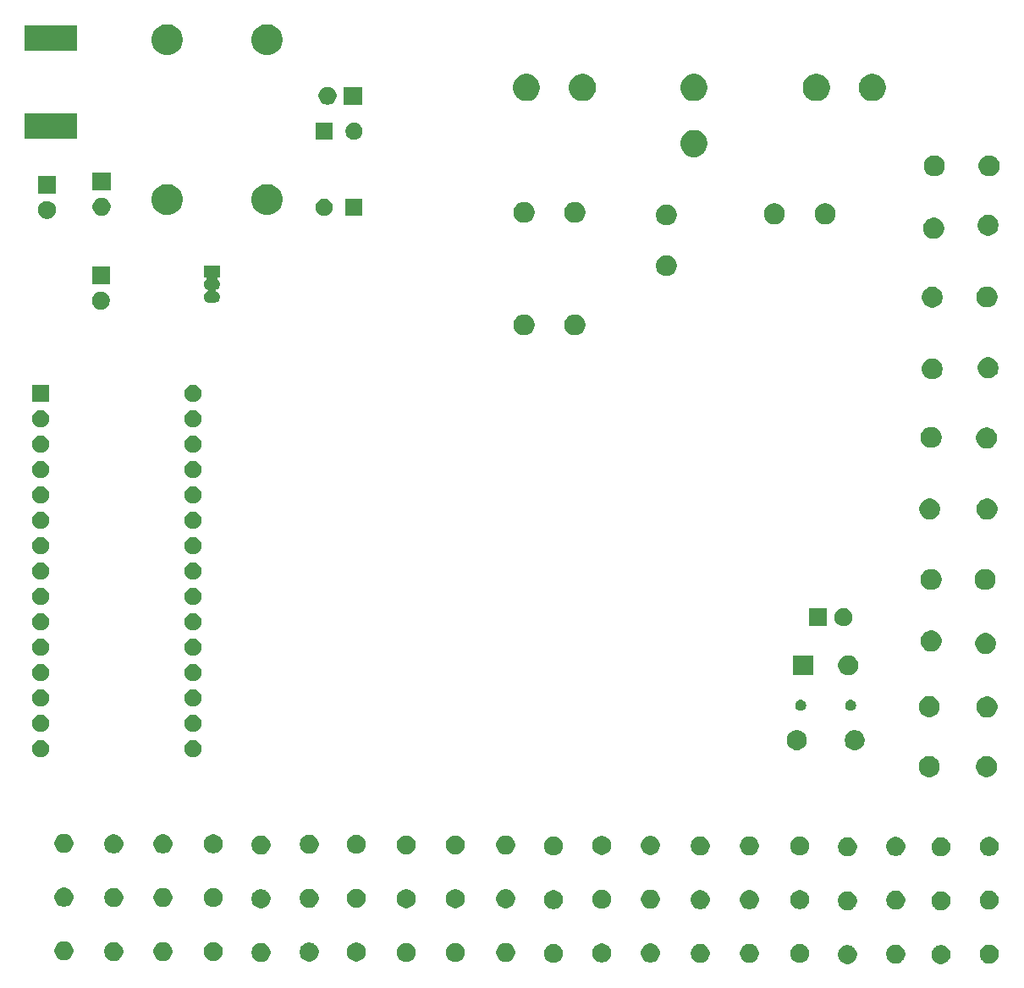
<source format=gbs>
G04 #@! TF.GenerationSoftware,KiCad,Pcbnew,(5.1.5-0)*
G04 #@! TF.CreationDate,2020-04-27T00:03:54-07:00*
G04 #@! TF.ProjectId,SDR Reciever,53445220-5265-4636-9965-7665722e6b69,rev?*
G04 #@! TF.SameCoordinates,Original*
G04 #@! TF.FileFunction,Soldermask,Bot*
G04 #@! TF.FilePolarity,Negative*
%FSLAX46Y46*%
G04 Gerber Fmt 4.6, Leading zero omitted, Abs format (unit mm)*
G04 Created by KiCad (PCBNEW (5.1.5-0)) date 2020-04-27 00:03:54*
%MOMM*%
%LPD*%
G04 APERTURE LIST*
%ADD10C,0.100000*%
G04 APERTURE END LIST*
D10*
G36*
X180769795Y-131521146D02*
G01*
X180942866Y-131592834D01*
X180992761Y-131626173D01*
X181098627Y-131696910D01*
X181231090Y-131829373D01*
X181267278Y-131883533D01*
X181335166Y-131985134D01*
X181406854Y-132158205D01*
X181443400Y-132341933D01*
X181443400Y-132529267D01*
X181406854Y-132712995D01*
X181335166Y-132886066D01*
X181310644Y-132922765D01*
X181231090Y-133041827D01*
X181098627Y-133174290D01*
X181063660Y-133197654D01*
X180942866Y-133278366D01*
X180769795Y-133350054D01*
X180586067Y-133386600D01*
X180398733Y-133386600D01*
X180215005Y-133350054D01*
X180041934Y-133278366D01*
X179921140Y-133197654D01*
X179886173Y-133174290D01*
X179753710Y-133041827D01*
X179674156Y-132922765D01*
X179649634Y-132886066D01*
X179577946Y-132712995D01*
X179541400Y-132529267D01*
X179541400Y-132341933D01*
X179577946Y-132158205D01*
X179649634Y-131985134D01*
X179717522Y-131883533D01*
X179753710Y-131829373D01*
X179886173Y-131696910D01*
X179992039Y-131626173D01*
X180041934Y-131592834D01*
X180215005Y-131521146D01*
X180398733Y-131484600D01*
X180586067Y-131484600D01*
X180769795Y-131521146D01*
G37*
G36*
X171422595Y-131521146D02*
G01*
X171595666Y-131592834D01*
X171645561Y-131626173D01*
X171751427Y-131696910D01*
X171883890Y-131829373D01*
X171920078Y-131883533D01*
X171987966Y-131985134D01*
X172059654Y-132158205D01*
X172096200Y-132341933D01*
X172096200Y-132529267D01*
X172059654Y-132712995D01*
X171987966Y-132886066D01*
X171963444Y-132922765D01*
X171883890Y-133041827D01*
X171751427Y-133174290D01*
X171716460Y-133197654D01*
X171595666Y-133278366D01*
X171422595Y-133350054D01*
X171238867Y-133386600D01*
X171051533Y-133386600D01*
X170867805Y-133350054D01*
X170694734Y-133278366D01*
X170573940Y-133197654D01*
X170538973Y-133174290D01*
X170406510Y-133041827D01*
X170326956Y-132922765D01*
X170302434Y-132886066D01*
X170230746Y-132712995D01*
X170194200Y-132529267D01*
X170194200Y-132341933D01*
X170230746Y-132158205D01*
X170302434Y-131985134D01*
X170370322Y-131883533D01*
X170406510Y-131829373D01*
X170538973Y-131696910D01*
X170644839Y-131626173D01*
X170694734Y-131592834D01*
X170867805Y-131521146D01*
X171051533Y-131484600D01*
X171238867Y-131484600D01*
X171422595Y-131521146D01*
G37*
G36*
X185595795Y-131470346D02*
G01*
X185768866Y-131542034D01*
X185818761Y-131575373D01*
X185924627Y-131646110D01*
X186057090Y-131778573D01*
X186091033Y-131829373D01*
X186161166Y-131934334D01*
X186232854Y-132107405D01*
X186269400Y-132291133D01*
X186269400Y-132478467D01*
X186232854Y-132662195D01*
X186161166Y-132835266D01*
X186127222Y-132886066D01*
X186057090Y-132991027D01*
X185924627Y-133123490D01*
X185889660Y-133146854D01*
X185768866Y-133227566D01*
X185595795Y-133299254D01*
X185412067Y-133335800D01*
X185224733Y-133335800D01*
X185041005Y-133299254D01*
X184867934Y-133227566D01*
X184747140Y-133146854D01*
X184712173Y-133123490D01*
X184579710Y-132991027D01*
X184509578Y-132886066D01*
X184475634Y-132835266D01*
X184403946Y-132662195D01*
X184367400Y-132478467D01*
X184367400Y-132291133D01*
X184403946Y-132107405D01*
X184475634Y-131934334D01*
X184545767Y-131829373D01*
X184579710Y-131778573D01*
X184712173Y-131646110D01*
X184818039Y-131575373D01*
X184867934Y-131542034D01*
X185041005Y-131470346D01*
X185224733Y-131433800D01*
X185412067Y-131433800D01*
X185595795Y-131470346D01*
G37*
G36*
X176248595Y-131470346D02*
G01*
X176421666Y-131542034D01*
X176471561Y-131575373D01*
X176577427Y-131646110D01*
X176709890Y-131778573D01*
X176743833Y-131829373D01*
X176813966Y-131934334D01*
X176885654Y-132107405D01*
X176922200Y-132291133D01*
X176922200Y-132478467D01*
X176885654Y-132662195D01*
X176813966Y-132835266D01*
X176780022Y-132886066D01*
X176709890Y-132991027D01*
X176577427Y-133123490D01*
X176542460Y-133146854D01*
X176421666Y-133227566D01*
X176248595Y-133299254D01*
X176064867Y-133335800D01*
X175877533Y-133335800D01*
X175693805Y-133299254D01*
X175520734Y-133227566D01*
X175399940Y-133146854D01*
X175364973Y-133123490D01*
X175232510Y-132991027D01*
X175162378Y-132886066D01*
X175128434Y-132835266D01*
X175056746Y-132662195D01*
X175020200Y-132478467D01*
X175020200Y-132291133D01*
X175056746Y-132107405D01*
X175128434Y-131934334D01*
X175198567Y-131829373D01*
X175232510Y-131778573D01*
X175364973Y-131646110D01*
X175470839Y-131575373D01*
X175520734Y-131542034D01*
X175693805Y-131470346D01*
X175877533Y-131433800D01*
X176064867Y-131433800D01*
X176248595Y-131470346D01*
G37*
G36*
X161618195Y-131419546D02*
G01*
X161791266Y-131491234D01*
X161836032Y-131521146D01*
X161947027Y-131595310D01*
X162079490Y-131727773D01*
X162113433Y-131778573D01*
X162183566Y-131883534D01*
X162255254Y-132056605D01*
X162291800Y-132240333D01*
X162291800Y-132427667D01*
X162255254Y-132611395D01*
X162183566Y-132784466D01*
X162149622Y-132835266D01*
X162079490Y-132940227D01*
X161947027Y-133072690D01*
X161912060Y-133096054D01*
X161791266Y-133176766D01*
X161618195Y-133248454D01*
X161434467Y-133285000D01*
X161247133Y-133285000D01*
X161063405Y-133248454D01*
X160890334Y-133176766D01*
X160769540Y-133096054D01*
X160734573Y-133072690D01*
X160602110Y-132940227D01*
X160531978Y-132835266D01*
X160498034Y-132784466D01*
X160426346Y-132611395D01*
X160389800Y-132427667D01*
X160389800Y-132240333D01*
X160426346Y-132056605D01*
X160498034Y-131883534D01*
X160568167Y-131778573D01*
X160602110Y-131727773D01*
X160734573Y-131595310D01*
X160845568Y-131521146D01*
X160890334Y-131491234D01*
X161063405Y-131419546D01*
X161247133Y-131383000D01*
X161434467Y-131383000D01*
X161618195Y-131419546D01*
G37*
G36*
X156690595Y-131419546D02*
G01*
X156863666Y-131491234D01*
X156908432Y-131521146D01*
X157019427Y-131595310D01*
X157151890Y-131727773D01*
X157185833Y-131778573D01*
X157255966Y-131883534D01*
X157327654Y-132056605D01*
X157364200Y-132240333D01*
X157364200Y-132427667D01*
X157327654Y-132611395D01*
X157255966Y-132784466D01*
X157222022Y-132835266D01*
X157151890Y-132940227D01*
X157019427Y-133072690D01*
X156984460Y-133096054D01*
X156863666Y-133176766D01*
X156690595Y-133248454D01*
X156506867Y-133285000D01*
X156319533Y-133285000D01*
X156135805Y-133248454D01*
X155962734Y-133176766D01*
X155841940Y-133096054D01*
X155806973Y-133072690D01*
X155674510Y-132940227D01*
X155604378Y-132835266D01*
X155570434Y-132784466D01*
X155498746Y-132611395D01*
X155462200Y-132427667D01*
X155462200Y-132240333D01*
X155498746Y-132056605D01*
X155570434Y-131883534D01*
X155640567Y-131778573D01*
X155674510Y-131727773D01*
X155806973Y-131595310D01*
X155917968Y-131521146D01*
X155962734Y-131491234D01*
X156135805Y-131419546D01*
X156319533Y-131383000D01*
X156506867Y-131383000D01*
X156690595Y-131419546D01*
G37*
G36*
X166647395Y-131419546D02*
G01*
X166820466Y-131491234D01*
X166865232Y-131521146D01*
X166976227Y-131595310D01*
X167108690Y-131727773D01*
X167142633Y-131778573D01*
X167212766Y-131883534D01*
X167284454Y-132056605D01*
X167321000Y-132240333D01*
X167321000Y-132427667D01*
X167284454Y-132611395D01*
X167212766Y-132784466D01*
X167178822Y-132835266D01*
X167108690Y-132940227D01*
X166976227Y-133072690D01*
X166941260Y-133096054D01*
X166820466Y-133176766D01*
X166647395Y-133248454D01*
X166463667Y-133285000D01*
X166276333Y-133285000D01*
X166092605Y-133248454D01*
X165919534Y-133176766D01*
X165798740Y-133096054D01*
X165763773Y-133072690D01*
X165631310Y-132940227D01*
X165561178Y-132835266D01*
X165527234Y-132784466D01*
X165455546Y-132611395D01*
X165419000Y-132427667D01*
X165419000Y-132240333D01*
X165455546Y-132056605D01*
X165527234Y-131883534D01*
X165597367Y-131778573D01*
X165631310Y-131727773D01*
X165763773Y-131595310D01*
X165874768Y-131521146D01*
X165919534Y-131491234D01*
X166092605Y-131419546D01*
X166276333Y-131383000D01*
X166463667Y-131383000D01*
X166647395Y-131419546D01*
G37*
G36*
X142009395Y-131419546D02*
G01*
X142182466Y-131491234D01*
X142227232Y-131521146D01*
X142338227Y-131595310D01*
X142470690Y-131727773D01*
X142504633Y-131778573D01*
X142574766Y-131883534D01*
X142646454Y-132056605D01*
X142683000Y-132240333D01*
X142683000Y-132427667D01*
X142646454Y-132611395D01*
X142574766Y-132784466D01*
X142540822Y-132835266D01*
X142470690Y-132940227D01*
X142338227Y-133072690D01*
X142303260Y-133096054D01*
X142182466Y-133176766D01*
X142009395Y-133248454D01*
X141825667Y-133285000D01*
X141638333Y-133285000D01*
X141454605Y-133248454D01*
X141281534Y-133176766D01*
X141160740Y-133096054D01*
X141125773Y-133072690D01*
X140993310Y-132940227D01*
X140923178Y-132835266D01*
X140889234Y-132784466D01*
X140817546Y-132611395D01*
X140781000Y-132427667D01*
X140781000Y-132240333D01*
X140817546Y-132056605D01*
X140889234Y-131883534D01*
X140959367Y-131778573D01*
X140993310Y-131727773D01*
X141125773Y-131595310D01*
X141236768Y-131521146D01*
X141281534Y-131491234D01*
X141454605Y-131419546D01*
X141638333Y-131383000D01*
X141825667Y-131383000D01*
X142009395Y-131419546D01*
G37*
G36*
X146835395Y-131368746D02*
G01*
X147008466Y-131440434D01*
X147053232Y-131470346D01*
X147164227Y-131544510D01*
X147296690Y-131676973D01*
X147310011Y-131696910D01*
X147400766Y-131832734D01*
X147472454Y-132005805D01*
X147509000Y-132189533D01*
X147509000Y-132376867D01*
X147472454Y-132560595D01*
X147400766Y-132733666D01*
X147398520Y-132737027D01*
X147296690Y-132889427D01*
X147164227Y-133021890D01*
X147129260Y-133045254D01*
X147008466Y-133125966D01*
X146835395Y-133197654D01*
X146651667Y-133234200D01*
X146464333Y-133234200D01*
X146280605Y-133197654D01*
X146107534Y-133125966D01*
X145986740Y-133045254D01*
X145951773Y-133021890D01*
X145819310Y-132889427D01*
X145717480Y-132737027D01*
X145715234Y-132733666D01*
X145643546Y-132560595D01*
X145607000Y-132376867D01*
X145607000Y-132189533D01*
X145643546Y-132005805D01*
X145715234Y-131832734D01*
X145805989Y-131696910D01*
X145819310Y-131676973D01*
X145951773Y-131544510D01*
X146062768Y-131470346D01*
X146107534Y-131440434D01*
X146280605Y-131368746D01*
X146464333Y-131332200D01*
X146651667Y-131332200D01*
X146835395Y-131368746D01*
G37*
G36*
X151712195Y-131368746D02*
G01*
X151885266Y-131440434D01*
X151930032Y-131470346D01*
X152041027Y-131544510D01*
X152173490Y-131676973D01*
X152186811Y-131696910D01*
X152277566Y-131832734D01*
X152349254Y-132005805D01*
X152385800Y-132189533D01*
X152385800Y-132376867D01*
X152349254Y-132560595D01*
X152277566Y-132733666D01*
X152275320Y-132737027D01*
X152173490Y-132889427D01*
X152041027Y-133021890D01*
X152006060Y-133045254D01*
X151885266Y-133125966D01*
X151712195Y-133197654D01*
X151528467Y-133234200D01*
X151341133Y-133234200D01*
X151157405Y-133197654D01*
X150984334Y-133125966D01*
X150863540Y-133045254D01*
X150828573Y-133021890D01*
X150696110Y-132889427D01*
X150594280Y-132737027D01*
X150592034Y-132733666D01*
X150520346Y-132560595D01*
X150483800Y-132376867D01*
X150483800Y-132189533D01*
X150520346Y-132005805D01*
X150592034Y-131832734D01*
X150682789Y-131696910D01*
X150696110Y-131676973D01*
X150828573Y-131544510D01*
X150939568Y-131470346D01*
X150984334Y-131440434D01*
X151157405Y-131368746D01*
X151341133Y-131332200D01*
X151528467Y-131332200D01*
X151712195Y-131368746D01*
G37*
G36*
X137234195Y-131317946D02*
G01*
X137407266Y-131389634D01*
X137452032Y-131419546D01*
X137563027Y-131493710D01*
X137695490Y-131626173D01*
X137708811Y-131646110D01*
X137799566Y-131781934D01*
X137871254Y-131955005D01*
X137907800Y-132138733D01*
X137907800Y-132326067D01*
X137871254Y-132509795D01*
X137799566Y-132682866D01*
X137797320Y-132686227D01*
X137695490Y-132838627D01*
X137563027Y-132971090D01*
X137528060Y-132994454D01*
X137407266Y-133075166D01*
X137234195Y-133146854D01*
X137050467Y-133183400D01*
X136863133Y-133183400D01*
X136679405Y-133146854D01*
X136506334Y-133075166D01*
X136385540Y-132994454D01*
X136350573Y-132971090D01*
X136218110Y-132838627D01*
X136116280Y-132686227D01*
X136114034Y-132682866D01*
X136042346Y-132509795D01*
X136005800Y-132326067D01*
X136005800Y-132138733D01*
X136042346Y-131955005D01*
X136114034Y-131781934D01*
X136204789Y-131646110D01*
X136218110Y-131626173D01*
X136350573Y-131493710D01*
X136461568Y-131419546D01*
X136506334Y-131389634D01*
X136679405Y-131317946D01*
X136863133Y-131281400D01*
X137050467Y-131281400D01*
X137234195Y-131317946D01*
G37*
G36*
X132204995Y-131317946D02*
G01*
X132378066Y-131389634D01*
X132422832Y-131419546D01*
X132533827Y-131493710D01*
X132666290Y-131626173D01*
X132679611Y-131646110D01*
X132770366Y-131781934D01*
X132842054Y-131955005D01*
X132878600Y-132138733D01*
X132878600Y-132326067D01*
X132842054Y-132509795D01*
X132770366Y-132682866D01*
X132768120Y-132686227D01*
X132666290Y-132838627D01*
X132533827Y-132971090D01*
X132498860Y-132994454D01*
X132378066Y-133075166D01*
X132204995Y-133146854D01*
X132021267Y-133183400D01*
X131833933Y-133183400D01*
X131650205Y-133146854D01*
X131477134Y-133075166D01*
X131356340Y-132994454D01*
X131321373Y-132971090D01*
X131188910Y-132838627D01*
X131087080Y-132686227D01*
X131084834Y-132682866D01*
X131013146Y-132509795D01*
X130976600Y-132326067D01*
X130976600Y-132138733D01*
X131013146Y-131955005D01*
X131084834Y-131781934D01*
X131175589Y-131646110D01*
X131188910Y-131626173D01*
X131321373Y-131493710D01*
X131432368Y-131419546D01*
X131477134Y-131389634D01*
X131650205Y-131317946D01*
X131833933Y-131281400D01*
X132021267Y-131281400D01*
X132204995Y-131317946D01*
G37*
G36*
X127277395Y-131317946D02*
G01*
X127450466Y-131389634D01*
X127495232Y-131419546D01*
X127606227Y-131493710D01*
X127738690Y-131626173D01*
X127752011Y-131646110D01*
X127842766Y-131781934D01*
X127914454Y-131955005D01*
X127951000Y-132138733D01*
X127951000Y-132326067D01*
X127914454Y-132509795D01*
X127842766Y-132682866D01*
X127840520Y-132686227D01*
X127738690Y-132838627D01*
X127606227Y-132971090D01*
X127571260Y-132994454D01*
X127450466Y-133075166D01*
X127277395Y-133146854D01*
X127093667Y-133183400D01*
X126906333Y-133183400D01*
X126722605Y-133146854D01*
X126549534Y-133075166D01*
X126428740Y-132994454D01*
X126393773Y-132971090D01*
X126261310Y-132838627D01*
X126159480Y-132686227D01*
X126157234Y-132682866D01*
X126085546Y-132509795D01*
X126049000Y-132326067D01*
X126049000Y-132138733D01*
X126085546Y-131955005D01*
X126157234Y-131781934D01*
X126247989Y-131646110D01*
X126261310Y-131626173D01*
X126393773Y-131493710D01*
X126504768Y-131419546D01*
X126549534Y-131389634D01*
X126722605Y-131317946D01*
X126906333Y-131281400D01*
X127093667Y-131281400D01*
X127277395Y-131317946D01*
G37*
G36*
X112748595Y-131317946D02*
G01*
X112921666Y-131389634D01*
X112966432Y-131419546D01*
X113077427Y-131493710D01*
X113209890Y-131626173D01*
X113223211Y-131646110D01*
X113313966Y-131781934D01*
X113385654Y-131955005D01*
X113422200Y-132138733D01*
X113422200Y-132326067D01*
X113385654Y-132509795D01*
X113313966Y-132682866D01*
X113311720Y-132686227D01*
X113209890Y-132838627D01*
X113077427Y-132971090D01*
X113042460Y-132994454D01*
X112921666Y-133075166D01*
X112748595Y-133146854D01*
X112564867Y-133183400D01*
X112377533Y-133183400D01*
X112193805Y-133146854D01*
X112020734Y-133075166D01*
X111899940Y-132994454D01*
X111864973Y-132971090D01*
X111732510Y-132838627D01*
X111630680Y-132686227D01*
X111628434Y-132682866D01*
X111556746Y-132509795D01*
X111520200Y-132326067D01*
X111520200Y-132138733D01*
X111556746Y-131955005D01*
X111628434Y-131781934D01*
X111719189Y-131646110D01*
X111732510Y-131626173D01*
X111864973Y-131493710D01*
X111975968Y-131419546D01*
X112020734Y-131389634D01*
X112193805Y-131317946D01*
X112377533Y-131281400D01*
X112564867Y-131281400D01*
X112748595Y-131317946D01*
G37*
G36*
X122298995Y-131267146D02*
G01*
X122472066Y-131338834D01*
X122516832Y-131368746D01*
X122627827Y-131442910D01*
X122760290Y-131575373D01*
X122773611Y-131595310D01*
X122864366Y-131731134D01*
X122936054Y-131904205D01*
X122972600Y-132087933D01*
X122972600Y-132275267D01*
X122936054Y-132458995D01*
X122864366Y-132632066D01*
X122864365Y-132632067D01*
X122760290Y-132787827D01*
X122627827Y-132920290D01*
X122624121Y-132922766D01*
X122472066Y-133024366D01*
X122298995Y-133096054D01*
X122115267Y-133132600D01*
X121927933Y-133132600D01*
X121744205Y-133096054D01*
X121571134Y-133024366D01*
X121419079Y-132922766D01*
X121415373Y-132920290D01*
X121282910Y-132787827D01*
X121178835Y-132632067D01*
X121178834Y-132632066D01*
X121107146Y-132458995D01*
X121070600Y-132275267D01*
X121070600Y-132087933D01*
X121107146Y-131904205D01*
X121178834Y-131731134D01*
X121269589Y-131595310D01*
X121282910Y-131575373D01*
X121415373Y-131442910D01*
X121526368Y-131368746D01*
X121571134Y-131338834D01*
X121744205Y-131267146D01*
X121927933Y-131230600D01*
X122115267Y-131230600D01*
X122298995Y-131267146D01*
G37*
G36*
X117574595Y-131267146D02*
G01*
X117747666Y-131338834D01*
X117792432Y-131368746D01*
X117903427Y-131442910D01*
X118035890Y-131575373D01*
X118049211Y-131595310D01*
X118139966Y-131731134D01*
X118211654Y-131904205D01*
X118248200Y-132087933D01*
X118248200Y-132275267D01*
X118211654Y-132458995D01*
X118139966Y-132632066D01*
X118139965Y-132632067D01*
X118035890Y-132787827D01*
X117903427Y-132920290D01*
X117899721Y-132922766D01*
X117747666Y-133024366D01*
X117574595Y-133096054D01*
X117390867Y-133132600D01*
X117203533Y-133132600D01*
X117019805Y-133096054D01*
X116846734Y-133024366D01*
X116694679Y-132922766D01*
X116690973Y-132920290D01*
X116558510Y-132787827D01*
X116454435Y-132632067D01*
X116454434Y-132632066D01*
X116382746Y-132458995D01*
X116346200Y-132275267D01*
X116346200Y-132087933D01*
X116382746Y-131904205D01*
X116454434Y-131731134D01*
X116545189Y-131595310D01*
X116558510Y-131575373D01*
X116690973Y-131442910D01*
X116801968Y-131368746D01*
X116846734Y-131338834D01*
X117019805Y-131267146D01*
X117203533Y-131230600D01*
X117390867Y-131230600D01*
X117574595Y-131267146D01*
G37*
G36*
X102944195Y-131216346D02*
G01*
X103117266Y-131288034D01*
X103117267Y-131288035D01*
X103273027Y-131392110D01*
X103405490Y-131524573D01*
X103418811Y-131544510D01*
X103509566Y-131680334D01*
X103581254Y-131853405D01*
X103617800Y-132037133D01*
X103617800Y-132224467D01*
X103581254Y-132408195D01*
X103509566Y-132581266D01*
X103509565Y-132581267D01*
X103405490Y-132737027D01*
X103273027Y-132869490D01*
X103243192Y-132889425D01*
X103117266Y-132973566D01*
X102944195Y-133045254D01*
X102760467Y-133081800D01*
X102573133Y-133081800D01*
X102389405Y-133045254D01*
X102216334Y-132973566D01*
X102090408Y-132889425D01*
X102060573Y-132869490D01*
X101928110Y-132737027D01*
X101824035Y-132581267D01*
X101824034Y-132581266D01*
X101752346Y-132408195D01*
X101715800Y-132224467D01*
X101715800Y-132037133D01*
X101752346Y-131853405D01*
X101824034Y-131680334D01*
X101914789Y-131544510D01*
X101928110Y-131524573D01*
X102060573Y-131392110D01*
X102216333Y-131288035D01*
X102216334Y-131288034D01*
X102389405Y-131216346D01*
X102573133Y-131179800D01*
X102760467Y-131179800D01*
X102944195Y-131216346D01*
G37*
G36*
X98016595Y-131216346D02*
G01*
X98189666Y-131288034D01*
X98189667Y-131288035D01*
X98345427Y-131392110D01*
X98477890Y-131524573D01*
X98491211Y-131544510D01*
X98581966Y-131680334D01*
X98653654Y-131853405D01*
X98690200Y-132037133D01*
X98690200Y-132224467D01*
X98653654Y-132408195D01*
X98581966Y-132581266D01*
X98581965Y-132581267D01*
X98477890Y-132737027D01*
X98345427Y-132869490D01*
X98315592Y-132889425D01*
X98189666Y-132973566D01*
X98016595Y-133045254D01*
X97832867Y-133081800D01*
X97645533Y-133081800D01*
X97461805Y-133045254D01*
X97288734Y-132973566D01*
X97162808Y-132889425D01*
X97132973Y-132869490D01*
X97000510Y-132737027D01*
X96896435Y-132581267D01*
X96896434Y-132581266D01*
X96824746Y-132408195D01*
X96788200Y-132224467D01*
X96788200Y-132037133D01*
X96824746Y-131853405D01*
X96896434Y-131680334D01*
X96987189Y-131544510D01*
X97000510Y-131524573D01*
X97132973Y-131392110D01*
X97288733Y-131288035D01*
X97288734Y-131288034D01*
X97461805Y-131216346D01*
X97645533Y-131179800D01*
X97832867Y-131179800D01*
X98016595Y-131216346D01*
G37*
G36*
X107973395Y-131216346D02*
G01*
X108146466Y-131288034D01*
X108146467Y-131288035D01*
X108302227Y-131392110D01*
X108434690Y-131524573D01*
X108448011Y-131544510D01*
X108538766Y-131680334D01*
X108610454Y-131853405D01*
X108647000Y-132037133D01*
X108647000Y-132224467D01*
X108610454Y-132408195D01*
X108538766Y-132581266D01*
X108538765Y-132581267D01*
X108434690Y-132737027D01*
X108302227Y-132869490D01*
X108272392Y-132889425D01*
X108146466Y-132973566D01*
X107973395Y-133045254D01*
X107789667Y-133081800D01*
X107602333Y-133081800D01*
X107418605Y-133045254D01*
X107245534Y-132973566D01*
X107119608Y-132889425D01*
X107089773Y-132869490D01*
X106957310Y-132737027D01*
X106853235Y-132581267D01*
X106853234Y-132581266D01*
X106781546Y-132408195D01*
X106745000Y-132224467D01*
X106745000Y-132037133D01*
X106781546Y-131853405D01*
X106853234Y-131680334D01*
X106943989Y-131544510D01*
X106957310Y-131524573D01*
X107089773Y-131392110D01*
X107245533Y-131288035D01*
X107245534Y-131288034D01*
X107418605Y-131216346D01*
X107602333Y-131179800D01*
X107789667Y-131179800D01*
X107973395Y-131216346D01*
G37*
G36*
X93038195Y-131165546D02*
G01*
X93211266Y-131237234D01*
X93211267Y-131237235D01*
X93367027Y-131341310D01*
X93499490Y-131473773D01*
X93512811Y-131493710D01*
X93603566Y-131629534D01*
X93675254Y-131802605D01*
X93711800Y-131986333D01*
X93711800Y-132173667D01*
X93675254Y-132357395D01*
X93603566Y-132530466D01*
X93603565Y-132530467D01*
X93499490Y-132686227D01*
X93367027Y-132818690D01*
X93337192Y-132838625D01*
X93211266Y-132922766D01*
X93038195Y-132994454D01*
X92854467Y-133031000D01*
X92667133Y-133031000D01*
X92483405Y-132994454D01*
X92310334Y-132922766D01*
X92184408Y-132838625D01*
X92154573Y-132818690D01*
X92022110Y-132686227D01*
X91918035Y-132530467D01*
X91918034Y-132530466D01*
X91846346Y-132357395D01*
X91809800Y-132173667D01*
X91809800Y-131986333D01*
X91846346Y-131802605D01*
X91918034Y-131629534D01*
X92008789Y-131493710D01*
X92022110Y-131473773D01*
X92154573Y-131341310D01*
X92310333Y-131237235D01*
X92310334Y-131237234D01*
X92483405Y-131165546D01*
X92667133Y-131129000D01*
X92854467Y-131129000D01*
X93038195Y-131165546D01*
G37*
G36*
X180769795Y-126136346D02*
G01*
X180942866Y-126208034D01*
X180992761Y-126241373D01*
X181098627Y-126312110D01*
X181231090Y-126444573D01*
X181267278Y-126498733D01*
X181335166Y-126600334D01*
X181406854Y-126773405D01*
X181443400Y-126957133D01*
X181443400Y-127144467D01*
X181406854Y-127328195D01*
X181335166Y-127501266D01*
X181310644Y-127537965D01*
X181231090Y-127657027D01*
X181098627Y-127789490D01*
X181063660Y-127812854D01*
X180942866Y-127893566D01*
X180769795Y-127965254D01*
X180586067Y-128001800D01*
X180398733Y-128001800D01*
X180215005Y-127965254D01*
X180041934Y-127893566D01*
X179921140Y-127812854D01*
X179886173Y-127789490D01*
X179753710Y-127657027D01*
X179674156Y-127537965D01*
X179649634Y-127501266D01*
X179577946Y-127328195D01*
X179541400Y-127144467D01*
X179541400Y-126957133D01*
X179577946Y-126773405D01*
X179649634Y-126600334D01*
X179717522Y-126498733D01*
X179753710Y-126444573D01*
X179886173Y-126312110D01*
X179992039Y-126241373D01*
X180041934Y-126208034D01*
X180215005Y-126136346D01*
X180398733Y-126099800D01*
X180586067Y-126099800D01*
X180769795Y-126136346D01*
G37*
G36*
X171422595Y-126136346D02*
G01*
X171595666Y-126208034D01*
X171645561Y-126241373D01*
X171751427Y-126312110D01*
X171883890Y-126444573D01*
X171920078Y-126498733D01*
X171987966Y-126600334D01*
X172059654Y-126773405D01*
X172096200Y-126957133D01*
X172096200Y-127144467D01*
X172059654Y-127328195D01*
X171987966Y-127501266D01*
X171963444Y-127537965D01*
X171883890Y-127657027D01*
X171751427Y-127789490D01*
X171716460Y-127812854D01*
X171595666Y-127893566D01*
X171422595Y-127965254D01*
X171238867Y-128001800D01*
X171051533Y-128001800D01*
X170867805Y-127965254D01*
X170694734Y-127893566D01*
X170573940Y-127812854D01*
X170538973Y-127789490D01*
X170406510Y-127657027D01*
X170326956Y-127537965D01*
X170302434Y-127501266D01*
X170230746Y-127328195D01*
X170194200Y-127144467D01*
X170194200Y-126957133D01*
X170230746Y-126773405D01*
X170302434Y-126600334D01*
X170370322Y-126498733D01*
X170406510Y-126444573D01*
X170538973Y-126312110D01*
X170644839Y-126241373D01*
X170694734Y-126208034D01*
X170867805Y-126136346D01*
X171051533Y-126099800D01*
X171238867Y-126099800D01*
X171422595Y-126136346D01*
G37*
G36*
X185595795Y-126085546D02*
G01*
X185768866Y-126157234D01*
X185818761Y-126190573D01*
X185924627Y-126261310D01*
X186057090Y-126393773D01*
X186091033Y-126444573D01*
X186161166Y-126549534D01*
X186232854Y-126722605D01*
X186269400Y-126906333D01*
X186269400Y-127093667D01*
X186232854Y-127277395D01*
X186161166Y-127450466D01*
X186127222Y-127501266D01*
X186057090Y-127606227D01*
X185924627Y-127738690D01*
X185889660Y-127762054D01*
X185768866Y-127842766D01*
X185595795Y-127914454D01*
X185412067Y-127951000D01*
X185224733Y-127951000D01*
X185041005Y-127914454D01*
X184867934Y-127842766D01*
X184747140Y-127762054D01*
X184712173Y-127738690D01*
X184579710Y-127606227D01*
X184509578Y-127501266D01*
X184475634Y-127450466D01*
X184403946Y-127277395D01*
X184367400Y-127093667D01*
X184367400Y-126906333D01*
X184403946Y-126722605D01*
X184475634Y-126549534D01*
X184545767Y-126444573D01*
X184579710Y-126393773D01*
X184712173Y-126261310D01*
X184818039Y-126190573D01*
X184867934Y-126157234D01*
X185041005Y-126085546D01*
X185224733Y-126049000D01*
X185412067Y-126049000D01*
X185595795Y-126085546D01*
G37*
G36*
X176248595Y-126085546D02*
G01*
X176421666Y-126157234D01*
X176471561Y-126190573D01*
X176577427Y-126261310D01*
X176709890Y-126393773D01*
X176743833Y-126444573D01*
X176813966Y-126549534D01*
X176885654Y-126722605D01*
X176922200Y-126906333D01*
X176922200Y-127093667D01*
X176885654Y-127277395D01*
X176813966Y-127450466D01*
X176780022Y-127501266D01*
X176709890Y-127606227D01*
X176577427Y-127738690D01*
X176542460Y-127762054D01*
X176421666Y-127842766D01*
X176248595Y-127914454D01*
X176064867Y-127951000D01*
X175877533Y-127951000D01*
X175693805Y-127914454D01*
X175520734Y-127842766D01*
X175399940Y-127762054D01*
X175364973Y-127738690D01*
X175232510Y-127606227D01*
X175162378Y-127501266D01*
X175128434Y-127450466D01*
X175056746Y-127277395D01*
X175020200Y-127093667D01*
X175020200Y-126906333D01*
X175056746Y-126722605D01*
X175128434Y-126549534D01*
X175198567Y-126444573D01*
X175232510Y-126393773D01*
X175364973Y-126261310D01*
X175470839Y-126190573D01*
X175520734Y-126157234D01*
X175693805Y-126085546D01*
X175877533Y-126049000D01*
X176064867Y-126049000D01*
X176248595Y-126085546D01*
G37*
G36*
X161618195Y-126034746D02*
G01*
X161791266Y-126106434D01*
X161836032Y-126136346D01*
X161947027Y-126210510D01*
X162079490Y-126342973D01*
X162113433Y-126393773D01*
X162183566Y-126498734D01*
X162255254Y-126671805D01*
X162291800Y-126855533D01*
X162291800Y-127042867D01*
X162255254Y-127226595D01*
X162183566Y-127399666D01*
X162149622Y-127450466D01*
X162079490Y-127555427D01*
X161947027Y-127687890D01*
X161912060Y-127711254D01*
X161791266Y-127791966D01*
X161618195Y-127863654D01*
X161434467Y-127900200D01*
X161247133Y-127900200D01*
X161063405Y-127863654D01*
X160890334Y-127791966D01*
X160769540Y-127711254D01*
X160734573Y-127687890D01*
X160602110Y-127555427D01*
X160531978Y-127450466D01*
X160498034Y-127399666D01*
X160426346Y-127226595D01*
X160389800Y-127042867D01*
X160389800Y-126855533D01*
X160426346Y-126671805D01*
X160498034Y-126498734D01*
X160568167Y-126393773D01*
X160602110Y-126342973D01*
X160734573Y-126210510D01*
X160845568Y-126136346D01*
X160890334Y-126106434D01*
X161063405Y-126034746D01*
X161247133Y-125998200D01*
X161434467Y-125998200D01*
X161618195Y-126034746D01*
G37*
G36*
X156690595Y-126034746D02*
G01*
X156863666Y-126106434D01*
X156908432Y-126136346D01*
X157019427Y-126210510D01*
X157151890Y-126342973D01*
X157185833Y-126393773D01*
X157255966Y-126498734D01*
X157327654Y-126671805D01*
X157364200Y-126855533D01*
X157364200Y-127042867D01*
X157327654Y-127226595D01*
X157255966Y-127399666D01*
X157222022Y-127450466D01*
X157151890Y-127555427D01*
X157019427Y-127687890D01*
X156984460Y-127711254D01*
X156863666Y-127791966D01*
X156690595Y-127863654D01*
X156506867Y-127900200D01*
X156319533Y-127900200D01*
X156135805Y-127863654D01*
X155962734Y-127791966D01*
X155841940Y-127711254D01*
X155806973Y-127687890D01*
X155674510Y-127555427D01*
X155604378Y-127450466D01*
X155570434Y-127399666D01*
X155498746Y-127226595D01*
X155462200Y-127042867D01*
X155462200Y-126855533D01*
X155498746Y-126671805D01*
X155570434Y-126498734D01*
X155640567Y-126393773D01*
X155674510Y-126342973D01*
X155806973Y-126210510D01*
X155917968Y-126136346D01*
X155962734Y-126106434D01*
X156135805Y-126034746D01*
X156319533Y-125998200D01*
X156506867Y-125998200D01*
X156690595Y-126034746D01*
G37*
G36*
X142009395Y-126034746D02*
G01*
X142182466Y-126106434D01*
X142227232Y-126136346D01*
X142338227Y-126210510D01*
X142470690Y-126342973D01*
X142504633Y-126393773D01*
X142574766Y-126498734D01*
X142646454Y-126671805D01*
X142683000Y-126855533D01*
X142683000Y-127042867D01*
X142646454Y-127226595D01*
X142574766Y-127399666D01*
X142540822Y-127450466D01*
X142470690Y-127555427D01*
X142338227Y-127687890D01*
X142303260Y-127711254D01*
X142182466Y-127791966D01*
X142009395Y-127863654D01*
X141825667Y-127900200D01*
X141638333Y-127900200D01*
X141454605Y-127863654D01*
X141281534Y-127791966D01*
X141160740Y-127711254D01*
X141125773Y-127687890D01*
X140993310Y-127555427D01*
X140923178Y-127450466D01*
X140889234Y-127399666D01*
X140817546Y-127226595D01*
X140781000Y-127042867D01*
X140781000Y-126855533D01*
X140817546Y-126671805D01*
X140889234Y-126498734D01*
X140959367Y-126393773D01*
X140993310Y-126342973D01*
X141125773Y-126210510D01*
X141236768Y-126136346D01*
X141281534Y-126106434D01*
X141454605Y-126034746D01*
X141638333Y-125998200D01*
X141825667Y-125998200D01*
X142009395Y-126034746D01*
G37*
G36*
X166647395Y-126034746D02*
G01*
X166820466Y-126106434D01*
X166865232Y-126136346D01*
X166976227Y-126210510D01*
X167108690Y-126342973D01*
X167142633Y-126393773D01*
X167212766Y-126498734D01*
X167284454Y-126671805D01*
X167321000Y-126855533D01*
X167321000Y-127042867D01*
X167284454Y-127226595D01*
X167212766Y-127399666D01*
X167178822Y-127450466D01*
X167108690Y-127555427D01*
X166976227Y-127687890D01*
X166941260Y-127711254D01*
X166820466Y-127791966D01*
X166647395Y-127863654D01*
X166463667Y-127900200D01*
X166276333Y-127900200D01*
X166092605Y-127863654D01*
X165919534Y-127791966D01*
X165798740Y-127711254D01*
X165763773Y-127687890D01*
X165631310Y-127555427D01*
X165561178Y-127450466D01*
X165527234Y-127399666D01*
X165455546Y-127226595D01*
X165419000Y-127042867D01*
X165419000Y-126855533D01*
X165455546Y-126671805D01*
X165527234Y-126498734D01*
X165597367Y-126393773D01*
X165631310Y-126342973D01*
X165763773Y-126210510D01*
X165874768Y-126136346D01*
X165919534Y-126106434D01*
X166092605Y-126034746D01*
X166276333Y-125998200D01*
X166463667Y-125998200D01*
X166647395Y-126034746D01*
G37*
G36*
X146835395Y-125983946D02*
G01*
X147008466Y-126055634D01*
X147053232Y-126085546D01*
X147164227Y-126159710D01*
X147296690Y-126292173D01*
X147310011Y-126312110D01*
X147400766Y-126447934D01*
X147472454Y-126621005D01*
X147509000Y-126804733D01*
X147509000Y-126992067D01*
X147472454Y-127175795D01*
X147400766Y-127348866D01*
X147398520Y-127352227D01*
X147296690Y-127504627D01*
X147164227Y-127637090D01*
X147129260Y-127660454D01*
X147008466Y-127741166D01*
X146835395Y-127812854D01*
X146651667Y-127849400D01*
X146464333Y-127849400D01*
X146280605Y-127812854D01*
X146107534Y-127741166D01*
X145986740Y-127660454D01*
X145951773Y-127637090D01*
X145819310Y-127504627D01*
X145717480Y-127352227D01*
X145715234Y-127348866D01*
X145643546Y-127175795D01*
X145607000Y-126992067D01*
X145607000Y-126804733D01*
X145643546Y-126621005D01*
X145715234Y-126447934D01*
X145805989Y-126312110D01*
X145819310Y-126292173D01*
X145951773Y-126159710D01*
X146062768Y-126085546D01*
X146107534Y-126055634D01*
X146280605Y-125983946D01*
X146464333Y-125947400D01*
X146651667Y-125947400D01*
X146835395Y-125983946D01*
G37*
G36*
X151712195Y-125983946D02*
G01*
X151885266Y-126055634D01*
X151930032Y-126085546D01*
X152041027Y-126159710D01*
X152173490Y-126292173D01*
X152186811Y-126312110D01*
X152277566Y-126447934D01*
X152349254Y-126621005D01*
X152385800Y-126804733D01*
X152385800Y-126992067D01*
X152349254Y-127175795D01*
X152277566Y-127348866D01*
X152275320Y-127352227D01*
X152173490Y-127504627D01*
X152041027Y-127637090D01*
X152006060Y-127660454D01*
X151885266Y-127741166D01*
X151712195Y-127812854D01*
X151528467Y-127849400D01*
X151341133Y-127849400D01*
X151157405Y-127812854D01*
X150984334Y-127741166D01*
X150863540Y-127660454D01*
X150828573Y-127637090D01*
X150696110Y-127504627D01*
X150594280Y-127352227D01*
X150592034Y-127348866D01*
X150520346Y-127175795D01*
X150483800Y-126992067D01*
X150483800Y-126804733D01*
X150520346Y-126621005D01*
X150592034Y-126447934D01*
X150682789Y-126312110D01*
X150696110Y-126292173D01*
X150828573Y-126159710D01*
X150939568Y-126085546D01*
X150984334Y-126055634D01*
X151157405Y-125983946D01*
X151341133Y-125947400D01*
X151528467Y-125947400D01*
X151712195Y-125983946D01*
G37*
G36*
X112748595Y-125933146D02*
G01*
X112921666Y-126004834D01*
X112966432Y-126034746D01*
X113077427Y-126108910D01*
X113209890Y-126241373D01*
X113223211Y-126261310D01*
X113313966Y-126397134D01*
X113385654Y-126570205D01*
X113422200Y-126753933D01*
X113422200Y-126941267D01*
X113385654Y-127124995D01*
X113313966Y-127298066D01*
X113311720Y-127301427D01*
X113209890Y-127453827D01*
X113077427Y-127586290D01*
X113042460Y-127609654D01*
X112921666Y-127690366D01*
X112748595Y-127762054D01*
X112564867Y-127798600D01*
X112377533Y-127798600D01*
X112193805Y-127762054D01*
X112020734Y-127690366D01*
X111899940Y-127609654D01*
X111864973Y-127586290D01*
X111732510Y-127453827D01*
X111630680Y-127301427D01*
X111628434Y-127298066D01*
X111556746Y-127124995D01*
X111520200Y-126941267D01*
X111520200Y-126753933D01*
X111556746Y-126570205D01*
X111628434Y-126397134D01*
X111719189Y-126261310D01*
X111732510Y-126241373D01*
X111864973Y-126108910D01*
X111975968Y-126034746D01*
X112020734Y-126004834D01*
X112193805Y-125933146D01*
X112377533Y-125896600D01*
X112564867Y-125896600D01*
X112748595Y-125933146D01*
G37*
G36*
X127277395Y-125933146D02*
G01*
X127450466Y-126004834D01*
X127495232Y-126034746D01*
X127606227Y-126108910D01*
X127738690Y-126241373D01*
X127752011Y-126261310D01*
X127842766Y-126397134D01*
X127914454Y-126570205D01*
X127951000Y-126753933D01*
X127951000Y-126941267D01*
X127914454Y-127124995D01*
X127842766Y-127298066D01*
X127840520Y-127301427D01*
X127738690Y-127453827D01*
X127606227Y-127586290D01*
X127571260Y-127609654D01*
X127450466Y-127690366D01*
X127277395Y-127762054D01*
X127093667Y-127798600D01*
X126906333Y-127798600D01*
X126722605Y-127762054D01*
X126549534Y-127690366D01*
X126428740Y-127609654D01*
X126393773Y-127586290D01*
X126261310Y-127453827D01*
X126159480Y-127301427D01*
X126157234Y-127298066D01*
X126085546Y-127124995D01*
X126049000Y-126941267D01*
X126049000Y-126753933D01*
X126085546Y-126570205D01*
X126157234Y-126397134D01*
X126247989Y-126261310D01*
X126261310Y-126241373D01*
X126393773Y-126108910D01*
X126504768Y-126034746D01*
X126549534Y-126004834D01*
X126722605Y-125933146D01*
X126906333Y-125896600D01*
X127093667Y-125896600D01*
X127277395Y-125933146D01*
G37*
G36*
X132204995Y-125933146D02*
G01*
X132378066Y-126004834D01*
X132422832Y-126034746D01*
X132533827Y-126108910D01*
X132666290Y-126241373D01*
X132679611Y-126261310D01*
X132770366Y-126397134D01*
X132842054Y-126570205D01*
X132878600Y-126753933D01*
X132878600Y-126941267D01*
X132842054Y-127124995D01*
X132770366Y-127298066D01*
X132768120Y-127301427D01*
X132666290Y-127453827D01*
X132533827Y-127586290D01*
X132498860Y-127609654D01*
X132378066Y-127690366D01*
X132204995Y-127762054D01*
X132021267Y-127798600D01*
X131833933Y-127798600D01*
X131650205Y-127762054D01*
X131477134Y-127690366D01*
X131356340Y-127609654D01*
X131321373Y-127586290D01*
X131188910Y-127453827D01*
X131087080Y-127301427D01*
X131084834Y-127298066D01*
X131013146Y-127124995D01*
X130976600Y-126941267D01*
X130976600Y-126753933D01*
X131013146Y-126570205D01*
X131084834Y-126397134D01*
X131175589Y-126261310D01*
X131188910Y-126241373D01*
X131321373Y-126108910D01*
X131432368Y-126034746D01*
X131477134Y-126004834D01*
X131650205Y-125933146D01*
X131833933Y-125896600D01*
X132021267Y-125896600D01*
X132204995Y-125933146D01*
G37*
G36*
X137234195Y-125933146D02*
G01*
X137407266Y-126004834D01*
X137452032Y-126034746D01*
X137563027Y-126108910D01*
X137695490Y-126241373D01*
X137708811Y-126261310D01*
X137799566Y-126397134D01*
X137871254Y-126570205D01*
X137907800Y-126753933D01*
X137907800Y-126941267D01*
X137871254Y-127124995D01*
X137799566Y-127298066D01*
X137797320Y-127301427D01*
X137695490Y-127453827D01*
X137563027Y-127586290D01*
X137528060Y-127609654D01*
X137407266Y-127690366D01*
X137234195Y-127762054D01*
X137050467Y-127798600D01*
X136863133Y-127798600D01*
X136679405Y-127762054D01*
X136506334Y-127690366D01*
X136385540Y-127609654D01*
X136350573Y-127586290D01*
X136218110Y-127453827D01*
X136116280Y-127301427D01*
X136114034Y-127298066D01*
X136042346Y-127124995D01*
X136005800Y-126941267D01*
X136005800Y-126753933D01*
X136042346Y-126570205D01*
X136114034Y-126397134D01*
X136204789Y-126261310D01*
X136218110Y-126241373D01*
X136350573Y-126108910D01*
X136461568Y-126034746D01*
X136506334Y-126004834D01*
X136679405Y-125933146D01*
X136863133Y-125896600D01*
X137050467Y-125896600D01*
X137234195Y-125933146D01*
G37*
G36*
X117574595Y-125882346D02*
G01*
X117747666Y-125954034D01*
X117792432Y-125983946D01*
X117903427Y-126058110D01*
X118035890Y-126190573D01*
X118049211Y-126210510D01*
X118139966Y-126346334D01*
X118211654Y-126519405D01*
X118248200Y-126703133D01*
X118248200Y-126890467D01*
X118211654Y-127074195D01*
X118139966Y-127247266D01*
X118139965Y-127247267D01*
X118035890Y-127403027D01*
X117903427Y-127535490D01*
X117899721Y-127537966D01*
X117747666Y-127639566D01*
X117574595Y-127711254D01*
X117390867Y-127747800D01*
X117203533Y-127747800D01*
X117019805Y-127711254D01*
X116846734Y-127639566D01*
X116694679Y-127537966D01*
X116690973Y-127535490D01*
X116558510Y-127403027D01*
X116454435Y-127247267D01*
X116454434Y-127247266D01*
X116382746Y-127074195D01*
X116346200Y-126890467D01*
X116346200Y-126703133D01*
X116382746Y-126519405D01*
X116454434Y-126346334D01*
X116545189Y-126210510D01*
X116558510Y-126190573D01*
X116690973Y-126058110D01*
X116801968Y-125983946D01*
X116846734Y-125954034D01*
X117019805Y-125882346D01*
X117203533Y-125845800D01*
X117390867Y-125845800D01*
X117574595Y-125882346D01*
G37*
G36*
X122298995Y-125882346D02*
G01*
X122472066Y-125954034D01*
X122516832Y-125983946D01*
X122627827Y-126058110D01*
X122760290Y-126190573D01*
X122773611Y-126210510D01*
X122864366Y-126346334D01*
X122936054Y-126519405D01*
X122972600Y-126703133D01*
X122972600Y-126890467D01*
X122936054Y-127074195D01*
X122864366Y-127247266D01*
X122864365Y-127247267D01*
X122760290Y-127403027D01*
X122627827Y-127535490D01*
X122624121Y-127537966D01*
X122472066Y-127639566D01*
X122298995Y-127711254D01*
X122115267Y-127747800D01*
X121927933Y-127747800D01*
X121744205Y-127711254D01*
X121571134Y-127639566D01*
X121419079Y-127537966D01*
X121415373Y-127535490D01*
X121282910Y-127403027D01*
X121178835Y-127247267D01*
X121178834Y-127247266D01*
X121107146Y-127074195D01*
X121070600Y-126890467D01*
X121070600Y-126703133D01*
X121107146Y-126519405D01*
X121178834Y-126346334D01*
X121269589Y-126210510D01*
X121282910Y-126190573D01*
X121415373Y-126058110D01*
X121526368Y-125983946D01*
X121571134Y-125954034D01*
X121744205Y-125882346D01*
X121927933Y-125845800D01*
X122115267Y-125845800D01*
X122298995Y-125882346D01*
G37*
G36*
X102944195Y-125831546D02*
G01*
X103117266Y-125903234D01*
X103117267Y-125903235D01*
X103273027Y-126007310D01*
X103405490Y-126139773D01*
X103418811Y-126159710D01*
X103509566Y-126295534D01*
X103581254Y-126468605D01*
X103617800Y-126652333D01*
X103617800Y-126839667D01*
X103581254Y-127023395D01*
X103509566Y-127196466D01*
X103509565Y-127196467D01*
X103405490Y-127352227D01*
X103273027Y-127484690D01*
X103243192Y-127504625D01*
X103117266Y-127588766D01*
X102944195Y-127660454D01*
X102760467Y-127697000D01*
X102573133Y-127697000D01*
X102389405Y-127660454D01*
X102216334Y-127588766D01*
X102090408Y-127504625D01*
X102060573Y-127484690D01*
X101928110Y-127352227D01*
X101824035Y-127196467D01*
X101824034Y-127196466D01*
X101752346Y-127023395D01*
X101715800Y-126839667D01*
X101715800Y-126652333D01*
X101752346Y-126468605D01*
X101824034Y-126295534D01*
X101914789Y-126159710D01*
X101928110Y-126139773D01*
X102060573Y-126007310D01*
X102216333Y-125903235D01*
X102216334Y-125903234D01*
X102389405Y-125831546D01*
X102573133Y-125795000D01*
X102760467Y-125795000D01*
X102944195Y-125831546D01*
G37*
G36*
X98016595Y-125831546D02*
G01*
X98189666Y-125903234D01*
X98189667Y-125903235D01*
X98345427Y-126007310D01*
X98477890Y-126139773D01*
X98491211Y-126159710D01*
X98581966Y-126295534D01*
X98653654Y-126468605D01*
X98690200Y-126652333D01*
X98690200Y-126839667D01*
X98653654Y-127023395D01*
X98581966Y-127196466D01*
X98581965Y-127196467D01*
X98477890Y-127352227D01*
X98345427Y-127484690D01*
X98315592Y-127504625D01*
X98189666Y-127588766D01*
X98016595Y-127660454D01*
X97832867Y-127697000D01*
X97645533Y-127697000D01*
X97461805Y-127660454D01*
X97288734Y-127588766D01*
X97162808Y-127504625D01*
X97132973Y-127484690D01*
X97000510Y-127352227D01*
X96896435Y-127196467D01*
X96896434Y-127196466D01*
X96824746Y-127023395D01*
X96788200Y-126839667D01*
X96788200Y-126652333D01*
X96824746Y-126468605D01*
X96896434Y-126295534D01*
X96987189Y-126159710D01*
X97000510Y-126139773D01*
X97132973Y-126007310D01*
X97288733Y-125903235D01*
X97288734Y-125903234D01*
X97461805Y-125831546D01*
X97645533Y-125795000D01*
X97832867Y-125795000D01*
X98016595Y-125831546D01*
G37*
G36*
X107973395Y-125831546D02*
G01*
X108146466Y-125903234D01*
X108146467Y-125903235D01*
X108302227Y-126007310D01*
X108434690Y-126139773D01*
X108448011Y-126159710D01*
X108538766Y-126295534D01*
X108610454Y-126468605D01*
X108647000Y-126652333D01*
X108647000Y-126839667D01*
X108610454Y-127023395D01*
X108538766Y-127196466D01*
X108538765Y-127196467D01*
X108434690Y-127352227D01*
X108302227Y-127484690D01*
X108272392Y-127504625D01*
X108146466Y-127588766D01*
X107973395Y-127660454D01*
X107789667Y-127697000D01*
X107602333Y-127697000D01*
X107418605Y-127660454D01*
X107245534Y-127588766D01*
X107119608Y-127504625D01*
X107089773Y-127484690D01*
X106957310Y-127352227D01*
X106853235Y-127196467D01*
X106853234Y-127196466D01*
X106781546Y-127023395D01*
X106745000Y-126839667D01*
X106745000Y-126652333D01*
X106781546Y-126468605D01*
X106853234Y-126295534D01*
X106943989Y-126159710D01*
X106957310Y-126139773D01*
X107089773Y-126007310D01*
X107245533Y-125903235D01*
X107245534Y-125903234D01*
X107418605Y-125831546D01*
X107602333Y-125795000D01*
X107789667Y-125795000D01*
X107973395Y-125831546D01*
G37*
G36*
X93038195Y-125780746D02*
G01*
X93211266Y-125852434D01*
X93211267Y-125852435D01*
X93367027Y-125956510D01*
X93499490Y-126088973D01*
X93512811Y-126108910D01*
X93603566Y-126244734D01*
X93675254Y-126417805D01*
X93711800Y-126601533D01*
X93711800Y-126788867D01*
X93675254Y-126972595D01*
X93603566Y-127145666D01*
X93603565Y-127145667D01*
X93499490Y-127301427D01*
X93367027Y-127433890D01*
X93337192Y-127453825D01*
X93211266Y-127537966D01*
X93038195Y-127609654D01*
X92854467Y-127646200D01*
X92667133Y-127646200D01*
X92483405Y-127609654D01*
X92310334Y-127537966D01*
X92184408Y-127453825D01*
X92154573Y-127433890D01*
X92022110Y-127301427D01*
X91918035Y-127145667D01*
X91918034Y-127145666D01*
X91846346Y-126972595D01*
X91809800Y-126788867D01*
X91809800Y-126601533D01*
X91846346Y-126417805D01*
X91918034Y-126244734D01*
X92008789Y-126108910D01*
X92022110Y-126088973D01*
X92154573Y-125956510D01*
X92310333Y-125852435D01*
X92310334Y-125852434D01*
X92483405Y-125780746D01*
X92667133Y-125744200D01*
X92854467Y-125744200D01*
X93038195Y-125780746D01*
G37*
G36*
X180769795Y-120751546D02*
G01*
X180942866Y-120823234D01*
X180992761Y-120856573D01*
X181098627Y-120927310D01*
X181231090Y-121059773D01*
X181267278Y-121113933D01*
X181335166Y-121215534D01*
X181406854Y-121388605D01*
X181443400Y-121572333D01*
X181443400Y-121759667D01*
X181406854Y-121943395D01*
X181335166Y-122116466D01*
X181310644Y-122153165D01*
X181231090Y-122272227D01*
X181098627Y-122404690D01*
X181063660Y-122428054D01*
X180942866Y-122508766D01*
X180769795Y-122580454D01*
X180586067Y-122617000D01*
X180398733Y-122617000D01*
X180215005Y-122580454D01*
X180041934Y-122508766D01*
X179921140Y-122428054D01*
X179886173Y-122404690D01*
X179753710Y-122272227D01*
X179674156Y-122153165D01*
X179649634Y-122116466D01*
X179577946Y-121943395D01*
X179541400Y-121759667D01*
X179541400Y-121572333D01*
X179577946Y-121388605D01*
X179649634Y-121215534D01*
X179717522Y-121113933D01*
X179753710Y-121059773D01*
X179886173Y-120927310D01*
X179992039Y-120856573D01*
X180041934Y-120823234D01*
X180215005Y-120751546D01*
X180398733Y-120715000D01*
X180586067Y-120715000D01*
X180769795Y-120751546D01*
G37*
G36*
X171422595Y-120751546D02*
G01*
X171595666Y-120823234D01*
X171645561Y-120856573D01*
X171751427Y-120927310D01*
X171883890Y-121059773D01*
X171920078Y-121113933D01*
X171987966Y-121215534D01*
X172059654Y-121388605D01*
X172096200Y-121572333D01*
X172096200Y-121759667D01*
X172059654Y-121943395D01*
X171987966Y-122116466D01*
X171963444Y-122153165D01*
X171883890Y-122272227D01*
X171751427Y-122404690D01*
X171716460Y-122428054D01*
X171595666Y-122508766D01*
X171422595Y-122580454D01*
X171238867Y-122617000D01*
X171051533Y-122617000D01*
X170867805Y-122580454D01*
X170694734Y-122508766D01*
X170573940Y-122428054D01*
X170538973Y-122404690D01*
X170406510Y-122272227D01*
X170326956Y-122153165D01*
X170302434Y-122116466D01*
X170230746Y-121943395D01*
X170194200Y-121759667D01*
X170194200Y-121572333D01*
X170230746Y-121388605D01*
X170302434Y-121215534D01*
X170370322Y-121113933D01*
X170406510Y-121059773D01*
X170538973Y-120927310D01*
X170644839Y-120856573D01*
X170694734Y-120823234D01*
X170867805Y-120751546D01*
X171051533Y-120715000D01*
X171238867Y-120715000D01*
X171422595Y-120751546D01*
G37*
G36*
X176248595Y-120700746D02*
G01*
X176421666Y-120772434D01*
X176471561Y-120805773D01*
X176577427Y-120876510D01*
X176709890Y-121008973D01*
X176743833Y-121059773D01*
X176813966Y-121164734D01*
X176885654Y-121337805D01*
X176922200Y-121521533D01*
X176922200Y-121708867D01*
X176885654Y-121892595D01*
X176813966Y-122065666D01*
X176780022Y-122116466D01*
X176709890Y-122221427D01*
X176577427Y-122353890D01*
X176542460Y-122377254D01*
X176421666Y-122457966D01*
X176248595Y-122529654D01*
X176064867Y-122566200D01*
X175877533Y-122566200D01*
X175693805Y-122529654D01*
X175520734Y-122457966D01*
X175399940Y-122377254D01*
X175364973Y-122353890D01*
X175232510Y-122221427D01*
X175162378Y-122116466D01*
X175128434Y-122065666D01*
X175056746Y-121892595D01*
X175020200Y-121708867D01*
X175020200Y-121521533D01*
X175056746Y-121337805D01*
X175128434Y-121164734D01*
X175198567Y-121059773D01*
X175232510Y-121008973D01*
X175364973Y-120876510D01*
X175470839Y-120805773D01*
X175520734Y-120772434D01*
X175693805Y-120700746D01*
X175877533Y-120664200D01*
X176064867Y-120664200D01*
X176248595Y-120700746D01*
G37*
G36*
X185595795Y-120700746D02*
G01*
X185768866Y-120772434D01*
X185818761Y-120805773D01*
X185924627Y-120876510D01*
X186057090Y-121008973D01*
X186091033Y-121059773D01*
X186161166Y-121164734D01*
X186232854Y-121337805D01*
X186269400Y-121521533D01*
X186269400Y-121708867D01*
X186232854Y-121892595D01*
X186161166Y-122065666D01*
X186127222Y-122116466D01*
X186057090Y-122221427D01*
X185924627Y-122353890D01*
X185889660Y-122377254D01*
X185768866Y-122457966D01*
X185595795Y-122529654D01*
X185412067Y-122566200D01*
X185224733Y-122566200D01*
X185041005Y-122529654D01*
X184867934Y-122457966D01*
X184747140Y-122377254D01*
X184712173Y-122353890D01*
X184579710Y-122221427D01*
X184509578Y-122116466D01*
X184475634Y-122065666D01*
X184403946Y-121892595D01*
X184367400Y-121708867D01*
X184367400Y-121521533D01*
X184403946Y-121337805D01*
X184475634Y-121164734D01*
X184545767Y-121059773D01*
X184579710Y-121008973D01*
X184712173Y-120876510D01*
X184818039Y-120805773D01*
X184867934Y-120772434D01*
X185041005Y-120700746D01*
X185224733Y-120664200D01*
X185412067Y-120664200D01*
X185595795Y-120700746D01*
G37*
G36*
X166647395Y-120649946D02*
G01*
X166820466Y-120721634D01*
X166865232Y-120751546D01*
X166976227Y-120825710D01*
X167108690Y-120958173D01*
X167142633Y-121008973D01*
X167212766Y-121113934D01*
X167284454Y-121287005D01*
X167321000Y-121470733D01*
X167321000Y-121658067D01*
X167284454Y-121841795D01*
X167212766Y-122014866D01*
X167178822Y-122065666D01*
X167108690Y-122170627D01*
X166976227Y-122303090D01*
X166941260Y-122326454D01*
X166820466Y-122407166D01*
X166647395Y-122478854D01*
X166463667Y-122515400D01*
X166276333Y-122515400D01*
X166092605Y-122478854D01*
X165919534Y-122407166D01*
X165798740Y-122326454D01*
X165763773Y-122303090D01*
X165631310Y-122170627D01*
X165561178Y-122065666D01*
X165527234Y-122014866D01*
X165455546Y-121841795D01*
X165419000Y-121658067D01*
X165419000Y-121470733D01*
X165455546Y-121287005D01*
X165527234Y-121113934D01*
X165597367Y-121008973D01*
X165631310Y-120958173D01*
X165763773Y-120825710D01*
X165874768Y-120751546D01*
X165919534Y-120721634D01*
X166092605Y-120649946D01*
X166276333Y-120613400D01*
X166463667Y-120613400D01*
X166647395Y-120649946D01*
G37*
G36*
X161618195Y-120649946D02*
G01*
X161791266Y-120721634D01*
X161836032Y-120751546D01*
X161947027Y-120825710D01*
X162079490Y-120958173D01*
X162113433Y-121008973D01*
X162183566Y-121113934D01*
X162255254Y-121287005D01*
X162291800Y-121470733D01*
X162291800Y-121658067D01*
X162255254Y-121841795D01*
X162183566Y-122014866D01*
X162149622Y-122065666D01*
X162079490Y-122170627D01*
X161947027Y-122303090D01*
X161912060Y-122326454D01*
X161791266Y-122407166D01*
X161618195Y-122478854D01*
X161434467Y-122515400D01*
X161247133Y-122515400D01*
X161063405Y-122478854D01*
X160890334Y-122407166D01*
X160769540Y-122326454D01*
X160734573Y-122303090D01*
X160602110Y-122170627D01*
X160531978Y-122065666D01*
X160498034Y-122014866D01*
X160426346Y-121841795D01*
X160389800Y-121658067D01*
X160389800Y-121470733D01*
X160426346Y-121287005D01*
X160498034Y-121113934D01*
X160568167Y-121008973D01*
X160602110Y-120958173D01*
X160734573Y-120825710D01*
X160845568Y-120751546D01*
X160890334Y-120721634D01*
X161063405Y-120649946D01*
X161247133Y-120613400D01*
X161434467Y-120613400D01*
X161618195Y-120649946D01*
G37*
G36*
X156690595Y-120649946D02*
G01*
X156863666Y-120721634D01*
X156908432Y-120751546D01*
X157019427Y-120825710D01*
X157151890Y-120958173D01*
X157185833Y-121008973D01*
X157255966Y-121113934D01*
X157327654Y-121287005D01*
X157364200Y-121470733D01*
X157364200Y-121658067D01*
X157327654Y-121841795D01*
X157255966Y-122014866D01*
X157222022Y-122065666D01*
X157151890Y-122170627D01*
X157019427Y-122303090D01*
X156984460Y-122326454D01*
X156863666Y-122407166D01*
X156690595Y-122478854D01*
X156506867Y-122515400D01*
X156319533Y-122515400D01*
X156135805Y-122478854D01*
X155962734Y-122407166D01*
X155841940Y-122326454D01*
X155806973Y-122303090D01*
X155674510Y-122170627D01*
X155604378Y-122065666D01*
X155570434Y-122014866D01*
X155498746Y-121841795D01*
X155462200Y-121658067D01*
X155462200Y-121470733D01*
X155498746Y-121287005D01*
X155570434Y-121113934D01*
X155640567Y-121008973D01*
X155674510Y-120958173D01*
X155806973Y-120825710D01*
X155917968Y-120751546D01*
X155962734Y-120721634D01*
X156135805Y-120649946D01*
X156319533Y-120613400D01*
X156506867Y-120613400D01*
X156690595Y-120649946D01*
G37*
G36*
X142009395Y-120649946D02*
G01*
X142182466Y-120721634D01*
X142227232Y-120751546D01*
X142338227Y-120825710D01*
X142470690Y-120958173D01*
X142504633Y-121008973D01*
X142574766Y-121113934D01*
X142646454Y-121287005D01*
X142683000Y-121470733D01*
X142683000Y-121658067D01*
X142646454Y-121841795D01*
X142574766Y-122014866D01*
X142540822Y-122065666D01*
X142470690Y-122170627D01*
X142338227Y-122303090D01*
X142303260Y-122326454D01*
X142182466Y-122407166D01*
X142009395Y-122478854D01*
X141825667Y-122515400D01*
X141638333Y-122515400D01*
X141454605Y-122478854D01*
X141281534Y-122407166D01*
X141160740Y-122326454D01*
X141125773Y-122303090D01*
X140993310Y-122170627D01*
X140923178Y-122065666D01*
X140889234Y-122014866D01*
X140817546Y-121841795D01*
X140781000Y-121658067D01*
X140781000Y-121470733D01*
X140817546Y-121287005D01*
X140889234Y-121113934D01*
X140959367Y-121008973D01*
X140993310Y-120958173D01*
X141125773Y-120825710D01*
X141236768Y-120751546D01*
X141281534Y-120721634D01*
X141454605Y-120649946D01*
X141638333Y-120613400D01*
X141825667Y-120613400D01*
X142009395Y-120649946D01*
G37*
G36*
X151712195Y-120599146D02*
G01*
X151885266Y-120670834D01*
X151930032Y-120700746D01*
X152041027Y-120774910D01*
X152173490Y-120907373D01*
X152186811Y-120927310D01*
X152277566Y-121063134D01*
X152349254Y-121236205D01*
X152385800Y-121419933D01*
X152385800Y-121607267D01*
X152349254Y-121790995D01*
X152277566Y-121964066D01*
X152275320Y-121967427D01*
X152173490Y-122119827D01*
X152041027Y-122252290D01*
X152006060Y-122275654D01*
X151885266Y-122356366D01*
X151712195Y-122428054D01*
X151528467Y-122464600D01*
X151341133Y-122464600D01*
X151157405Y-122428054D01*
X150984334Y-122356366D01*
X150863540Y-122275654D01*
X150828573Y-122252290D01*
X150696110Y-122119827D01*
X150594280Y-121967427D01*
X150592034Y-121964066D01*
X150520346Y-121790995D01*
X150483800Y-121607267D01*
X150483800Y-121419933D01*
X150520346Y-121236205D01*
X150592034Y-121063134D01*
X150682789Y-120927310D01*
X150696110Y-120907373D01*
X150828573Y-120774910D01*
X150939568Y-120700746D01*
X150984334Y-120670834D01*
X151157405Y-120599146D01*
X151341133Y-120562600D01*
X151528467Y-120562600D01*
X151712195Y-120599146D01*
G37*
G36*
X146835395Y-120599146D02*
G01*
X147008466Y-120670834D01*
X147053232Y-120700746D01*
X147164227Y-120774910D01*
X147296690Y-120907373D01*
X147310011Y-120927310D01*
X147400766Y-121063134D01*
X147472454Y-121236205D01*
X147509000Y-121419933D01*
X147509000Y-121607267D01*
X147472454Y-121790995D01*
X147400766Y-121964066D01*
X147398520Y-121967427D01*
X147296690Y-122119827D01*
X147164227Y-122252290D01*
X147129260Y-122275654D01*
X147008466Y-122356366D01*
X146835395Y-122428054D01*
X146651667Y-122464600D01*
X146464333Y-122464600D01*
X146280605Y-122428054D01*
X146107534Y-122356366D01*
X145986740Y-122275654D01*
X145951773Y-122252290D01*
X145819310Y-122119827D01*
X145717480Y-121967427D01*
X145715234Y-121964066D01*
X145643546Y-121790995D01*
X145607000Y-121607267D01*
X145607000Y-121419933D01*
X145643546Y-121236205D01*
X145715234Y-121063134D01*
X145805989Y-120927310D01*
X145819310Y-120907373D01*
X145951773Y-120774910D01*
X146062768Y-120700746D01*
X146107534Y-120670834D01*
X146280605Y-120599146D01*
X146464333Y-120562600D01*
X146651667Y-120562600D01*
X146835395Y-120599146D01*
G37*
G36*
X127277395Y-120548346D02*
G01*
X127450466Y-120620034D01*
X127495232Y-120649946D01*
X127606227Y-120724110D01*
X127738690Y-120856573D01*
X127752011Y-120876510D01*
X127842766Y-121012334D01*
X127914454Y-121185405D01*
X127951000Y-121369133D01*
X127951000Y-121556467D01*
X127914454Y-121740195D01*
X127842766Y-121913266D01*
X127840520Y-121916627D01*
X127738690Y-122069027D01*
X127606227Y-122201490D01*
X127571260Y-122224854D01*
X127450466Y-122305566D01*
X127277395Y-122377254D01*
X127093667Y-122413800D01*
X126906333Y-122413800D01*
X126722605Y-122377254D01*
X126549534Y-122305566D01*
X126428740Y-122224854D01*
X126393773Y-122201490D01*
X126261310Y-122069027D01*
X126159480Y-121916627D01*
X126157234Y-121913266D01*
X126085546Y-121740195D01*
X126049000Y-121556467D01*
X126049000Y-121369133D01*
X126085546Y-121185405D01*
X126157234Y-121012334D01*
X126247989Y-120876510D01*
X126261310Y-120856573D01*
X126393773Y-120724110D01*
X126504768Y-120649946D01*
X126549534Y-120620034D01*
X126722605Y-120548346D01*
X126906333Y-120511800D01*
X127093667Y-120511800D01*
X127277395Y-120548346D01*
G37*
G36*
X112748595Y-120548346D02*
G01*
X112921666Y-120620034D01*
X112966432Y-120649946D01*
X113077427Y-120724110D01*
X113209890Y-120856573D01*
X113223211Y-120876510D01*
X113313966Y-121012334D01*
X113385654Y-121185405D01*
X113422200Y-121369133D01*
X113422200Y-121556467D01*
X113385654Y-121740195D01*
X113313966Y-121913266D01*
X113311720Y-121916627D01*
X113209890Y-122069027D01*
X113077427Y-122201490D01*
X113042460Y-122224854D01*
X112921666Y-122305566D01*
X112748595Y-122377254D01*
X112564867Y-122413800D01*
X112377533Y-122413800D01*
X112193805Y-122377254D01*
X112020734Y-122305566D01*
X111899940Y-122224854D01*
X111864973Y-122201490D01*
X111732510Y-122069027D01*
X111630680Y-121916627D01*
X111628434Y-121913266D01*
X111556746Y-121740195D01*
X111520200Y-121556467D01*
X111520200Y-121369133D01*
X111556746Y-121185405D01*
X111628434Y-121012334D01*
X111719189Y-120876510D01*
X111732510Y-120856573D01*
X111864973Y-120724110D01*
X111975968Y-120649946D01*
X112020734Y-120620034D01*
X112193805Y-120548346D01*
X112377533Y-120511800D01*
X112564867Y-120511800D01*
X112748595Y-120548346D01*
G37*
G36*
X132204995Y-120548346D02*
G01*
X132378066Y-120620034D01*
X132422832Y-120649946D01*
X132533827Y-120724110D01*
X132666290Y-120856573D01*
X132679611Y-120876510D01*
X132770366Y-121012334D01*
X132842054Y-121185405D01*
X132878600Y-121369133D01*
X132878600Y-121556467D01*
X132842054Y-121740195D01*
X132770366Y-121913266D01*
X132768120Y-121916627D01*
X132666290Y-122069027D01*
X132533827Y-122201490D01*
X132498860Y-122224854D01*
X132378066Y-122305566D01*
X132204995Y-122377254D01*
X132021267Y-122413800D01*
X131833933Y-122413800D01*
X131650205Y-122377254D01*
X131477134Y-122305566D01*
X131356340Y-122224854D01*
X131321373Y-122201490D01*
X131188910Y-122069027D01*
X131087080Y-121916627D01*
X131084834Y-121913266D01*
X131013146Y-121740195D01*
X130976600Y-121556467D01*
X130976600Y-121369133D01*
X131013146Y-121185405D01*
X131084834Y-121012334D01*
X131175589Y-120876510D01*
X131188910Y-120856573D01*
X131321373Y-120724110D01*
X131432368Y-120649946D01*
X131477134Y-120620034D01*
X131650205Y-120548346D01*
X131833933Y-120511800D01*
X132021267Y-120511800D01*
X132204995Y-120548346D01*
G37*
G36*
X137234195Y-120548346D02*
G01*
X137407266Y-120620034D01*
X137452032Y-120649946D01*
X137563027Y-120724110D01*
X137695490Y-120856573D01*
X137708811Y-120876510D01*
X137799566Y-121012334D01*
X137871254Y-121185405D01*
X137907800Y-121369133D01*
X137907800Y-121556467D01*
X137871254Y-121740195D01*
X137799566Y-121913266D01*
X137797320Y-121916627D01*
X137695490Y-122069027D01*
X137563027Y-122201490D01*
X137528060Y-122224854D01*
X137407266Y-122305566D01*
X137234195Y-122377254D01*
X137050467Y-122413800D01*
X136863133Y-122413800D01*
X136679405Y-122377254D01*
X136506334Y-122305566D01*
X136385540Y-122224854D01*
X136350573Y-122201490D01*
X136218110Y-122069027D01*
X136116280Y-121916627D01*
X136114034Y-121913266D01*
X136042346Y-121740195D01*
X136005800Y-121556467D01*
X136005800Y-121369133D01*
X136042346Y-121185405D01*
X136114034Y-121012334D01*
X136204789Y-120876510D01*
X136218110Y-120856573D01*
X136350573Y-120724110D01*
X136461568Y-120649946D01*
X136506334Y-120620034D01*
X136679405Y-120548346D01*
X136863133Y-120511800D01*
X137050467Y-120511800D01*
X137234195Y-120548346D01*
G37*
G36*
X117574595Y-120497546D02*
G01*
X117747666Y-120569234D01*
X117792432Y-120599146D01*
X117903427Y-120673310D01*
X118035890Y-120805773D01*
X118049211Y-120825710D01*
X118139966Y-120961534D01*
X118211654Y-121134605D01*
X118248200Y-121318333D01*
X118248200Y-121505667D01*
X118211654Y-121689395D01*
X118139966Y-121862466D01*
X118139965Y-121862467D01*
X118035890Y-122018227D01*
X117903427Y-122150690D01*
X117899721Y-122153166D01*
X117747666Y-122254766D01*
X117574595Y-122326454D01*
X117390867Y-122363000D01*
X117203533Y-122363000D01*
X117019805Y-122326454D01*
X116846734Y-122254766D01*
X116694679Y-122153166D01*
X116690973Y-122150690D01*
X116558510Y-122018227D01*
X116454435Y-121862467D01*
X116454434Y-121862466D01*
X116382746Y-121689395D01*
X116346200Y-121505667D01*
X116346200Y-121318333D01*
X116382746Y-121134605D01*
X116454434Y-120961534D01*
X116545189Y-120825710D01*
X116558510Y-120805773D01*
X116690973Y-120673310D01*
X116801968Y-120599146D01*
X116846734Y-120569234D01*
X117019805Y-120497546D01*
X117203533Y-120461000D01*
X117390867Y-120461000D01*
X117574595Y-120497546D01*
G37*
G36*
X122298995Y-120497546D02*
G01*
X122472066Y-120569234D01*
X122516832Y-120599146D01*
X122627827Y-120673310D01*
X122760290Y-120805773D01*
X122773611Y-120825710D01*
X122864366Y-120961534D01*
X122936054Y-121134605D01*
X122972600Y-121318333D01*
X122972600Y-121505667D01*
X122936054Y-121689395D01*
X122864366Y-121862466D01*
X122864365Y-121862467D01*
X122760290Y-122018227D01*
X122627827Y-122150690D01*
X122624121Y-122153166D01*
X122472066Y-122254766D01*
X122298995Y-122326454D01*
X122115267Y-122363000D01*
X121927933Y-122363000D01*
X121744205Y-122326454D01*
X121571134Y-122254766D01*
X121419079Y-122153166D01*
X121415373Y-122150690D01*
X121282910Y-122018227D01*
X121178835Y-121862467D01*
X121178834Y-121862466D01*
X121107146Y-121689395D01*
X121070600Y-121505667D01*
X121070600Y-121318333D01*
X121107146Y-121134605D01*
X121178834Y-120961534D01*
X121269589Y-120825710D01*
X121282910Y-120805773D01*
X121415373Y-120673310D01*
X121526368Y-120599146D01*
X121571134Y-120569234D01*
X121744205Y-120497546D01*
X121927933Y-120461000D01*
X122115267Y-120461000D01*
X122298995Y-120497546D01*
G37*
G36*
X98016595Y-120446746D02*
G01*
X98189666Y-120518434D01*
X98189667Y-120518435D01*
X98345427Y-120622510D01*
X98477890Y-120754973D01*
X98491211Y-120774910D01*
X98581966Y-120910734D01*
X98653654Y-121083805D01*
X98690200Y-121267533D01*
X98690200Y-121454867D01*
X98653654Y-121638595D01*
X98581966Y-121811666D01*
X98581965Y-121811667D01*
X98477890Y-121967427D01*
X98345427Y-122099890D01*
X98315592Y-122119825D01*
X98189666Y-122203966D01*
X98016595Y-122275654D01*
X97832867Y-122312200D01*
X97645533Y-122312200D01*
X97461805Y-122275654D01*
X97288734Y-122203966D01*
X97162808Y-122119825D01*
X97132973Y-122099890D01*
X97000510Y-121967427D01*
X96896435Y-121811667D01*
X96896434Y-121811666D01*
X96824746Y-121638595D01*
X96788200Y-121454867D01*
X96788200Y-121267533D01*
X96824746Y-121083805D01*
X96896434Y-120910734D01*
X96987189Y-120774910D01*
X97000510Y-120754973D01*
X97132973Y-120622510D01*
X97288733Y-120518435D01*
X97288734Y-120518434D01*
X97461805Y-120446746D01*
X97645533Y-120410200D01*
X97832867Y-120410200D01*
X98016595Y-120446746D01*
G37*
G36*
X102944195Y-120446746D02*
G01*
X103117266Y-120518434D01*
X103117267Y-120518435D01*
X103273027Y-120622510D01*
X103405490Y-120754973D01*
X103418811Y-120774910D01*
X103509566Y-120910734D01*
X103581254Y-121083805D01*
X103617800Y-121267533D01*
X103617800Y-121454867D01*
X103581254Y-121638595D01*
X103509566Y-121811666D01*
X103509565Y-121811667D01*
X103405490Y-121967427D01*
X103273027Y-122099890D01*
X103243192Y-122119825D01*
X103117266Y-122203966D01*
X102944195Y-122275654D01*
X102760467Y-122312200D01*
X102573133Y-122312200D01*
X102389405Y-122275654D01*
X102216334Y-122203966D01*
X102090408Y-122119825D01*
X102060573Y-122099890D01*
X101928110Y-121967427D01*
X101824035Y-121811667D01*
X101824034Y-121811666D01*
X101752346Y-121638595D01*
X101715800Y-121454867D01*
X101715800Y-121267533D01*
X101752346Y-121083805D01*
X101824034Y-120910734D01*
X101914789Y-120774910D01*
X101928110Y-120754973D01*
X102060573Y-120622510D01*
X102216333Y-120518435D01*
X102216334Y-120518434D01*
X102389405Y-120446746D01*
X102573133Y-120410200D01*
X102760467Y-120410200D01*
X102944195Y-120446746D01*
G37*
G36*
X107973395Y-120446746D02*
G01*
X108146466Y-120518434D01*
X108146467Y-120518435D01*
X108302227Y-120622510D01*
X108434690Y-120754973D01*
X108448011Y-120774910D01*
X108538766Y-120910734D01*
X108610454Y-121083805D01*
X108647000Y-121267533D01*
X108647000Y-121454867D01*
X108610454Y-121638595D01*
X108538766Y-121811666D01*
X108538765Y-121811667D01*
X108434690Y-121967427D01*
X108302227Y-122099890D01*
X108272392Y-122119825D01*
X108146466Y-122203966D01*
X107973395Y-122275654D01*
X107789667Y-122312200D01*
X107602333Y-122312200D01*
X107418605Y-122275654D01*
X107245534Y-122203966D01*
X107119608Y-122119825D01*
X107089773Y-122099890D01*
X106957310Y-121967427D01*
X106853235Y-121811667D01*
X106853234Y-121811666D01*
X106781546Y-121638595D01*
X106745000Y-121454867D01*
X106745000Y-121267533D01*
X106781546Y-121083805D01*
X106853234Y-120910734D01*
X106943989Y-120774910D01*
X106957310Y-120754973D01*
X107089773Y-120622510D01*
X107245533Y-120518435D01*
X107245534Y-120518434D01*
X107418605Y-120446746D01*
X107602333Y-120410200D01*
X107789667Y-120410200D01*
X107973395Y-120446746D01*
G37*
G36*
X93038195Y-120395946D02*
G01*
X93211266Y-120467634D01*
X93211267Y-120467635D01*
X93367027Y-120571710D01*
X93499490Y-120704173D01*
X93512811Y-120724110D01*
X93603566Y-120859934D01*
X93675254Y-121033005D01*
X93711800Y-121216733D01*
X93711800Y-121404067D01*
X93675254Y-121587795D01*
X93603566Y-121760866D01*
X93603565Y-121760867D01*
X93499490Y-121916627D01*
X93367027Y-122049090D01*
X93337192Y-122069025D01*
X93211266Y-122153166D01*
X93038195Y-122224854D01*
X92854467Y-122261400D01*
X92667133Y-122261400D01*
X92483405Y-122224854D01*
X92310334Y-122153166D01*
X92184408Y-122069025D01*
X92154573Y-122049090D01*
X92022110Y-121916627D01*
X91918035Y-121760867D01*
X91918034Y-121760866D01*
X91846346Y-121587795D01*
X91809800Y-121404067D01*
X91809800Y-121216733D01*
X91846346Y-121033005D01*
X91918034Y-120859934D01*
X92008789Y-120724110D01*
X92022110Y-120704173D01*
X92154573Y-120571710D01*
X92310333Y-120467635D01*
X92310334Y-120467634D01*
X92483405Y-120395946D01*
X92667133Y-120359400D01*
X92854467Y-120359400D01*
X93038195Y-120395946D01*
G37*
G36*
X179630564Y-112628989D02*
G01*
X179821833Y-112708215D01*
X179821835Y-112708216D01*
X179993973Y-112823235D01*
X180140365Y-112969627D01*
X180255385Y-113141767D01*
X180334611Y-113333036D01*
X180375000Y-113536084D01*
X180375000Y-113743116D01*
X180334611Y-113946164D01*
X180255385Y-114137433D01*
X180255384Y-114137435D01*
X180140365Y-114309573D01*
X179993973Y-114455965D01*
X179821835Y-114570984D01*
X179821834Y-114570985D01*
X179821833Y-114570985D01*
X179630564Y-114650211D01*
X179427516Y-114690600D01*
X179220484Y-114690600D01*
X179017436Y-114650211D01*
X178826167Y-114570985D01*
X178826166Y-114570985D01*
X178826165Y-114570984D01*
X178654027Y-114455965D01*
X178507635Y-114309573D01*
X178392616Y-114137435D01*
X178392615Y-114137433D01*
X178313389Y-113946164D01*
X178273000Y-113743116D01*
X178273000Y-113536084D01*
X178313389Y-113333036D01*
X178392615Y-113141767D01*
X178507635Y-112969627D01*
X178654027Y-112823235D01*
X178826165Y-112708216D01*
X178826167Y-112708215D01*
X179017436Y-112628989D01*
X179220484Y-112588600D01*
X179427516Y-112588600D01*
X179630564Y-112628989D01*
G37*
G36*
X185370964Y-112628989D02*
G01*
X185562233Y-112708215D01*
X185562235Y-112708216D01*
X185734373Y-112823235D01*
X185880765Y-112969627D01*
X185995785Y-113141767D01*
X186075011Y-113333036D01*
X186115400Y-113536084D01*
X186115400Y-113743116D01*
X186075011Y-113946164D01*
X185995785Y-114137433D01*
X185995784Y-114137435D01*
X185880765Y-114309573D01*
X185734373Y-114455965D01*
X185562235Y-114570984D01*
X185562234Y-114570985D01*
X185562233Y-114570985D01*
X185370964Y-114650211D01*
X185167916Y-114690600D01*
X184960884Y-114690600D01*
X184757836Y-114650211D01*
X184566567Y-114570985D01*
X184566566Y-114570985D01*
X184566565Y-114570984D01*
X184394427Y-114455965D01*
X184248035Y-114309573D01*
X184133016Y-114137435D01*
X184133015Y-114137433D01*
X184053789Y-113946164D01*
X184013400Y-113743116D01*
X184013400Y-113536084D01*
X184053789Y-113333036D01*
X184133015Y-113141767D01*
X184248035Y-112969627D01*
X184394427Y-112823235D01*
X184566565Y-112708216D01*
X184566567Y-112708215D01*
X184757836Y-112628989D01*
X184960884Y-112588600D01*
X185167916Y-112588600D01*
X185370964Y-112628989D01*
G37*
G36*
X105912228Y-111005203D02*
G01*
X106067100Y-111069353D01*
X106206481Y-111162485D01*
X106325015Y-111281019D01*
X106418147Y-111420400D01*
X106482297Y-111575272D01*
X106515000Y-111739684D01*
X106515000Y-111907316D01*
X106482297Y-112071728D01*
X106418147Y-112226600D01*
X106325015Y-112365981D01*
X106206481Y-112484515D01*
X106067100Y-112577647D01*
X105912228Y-112641797D01*
X105747816Y-112674500D01*
X105580184Y-112674500D01*
X105415772Y-112641797D01*
X105260900Y-112577647D01*
X105121519Y-112484515D01*
X105002985Y-112365981D01*
X104909853Y-112226600D01*
X104845703Y-112071728D01*
X104813000Y-111907316D01*
X104813000Y-111739684D01*
X104845703Y-111575272D01*
X104909853Y-111420400D01*
X105002985Y-111281019D01*
X105121519Y-111162485D01*
X105260900Y-111069353D01*
X105415772Y-111005203D01*
X105580184Y-110972500D01*
X105747816Y-110972500D01*
X105912228Y-111005203D01*
G37*
G36*
X90672228Y-111005203D02*
G01*
X90827100Y-111069353D01*
X90966481Y-111162485D01*
X91085015Y-111281019D01*
X91178147Y-111420400D01*
X91242297Y-111575272D01*
X91275000Y-111739684D01*
X91275000Y-111907316D01*
X91242297Y-112071728D01*
X91178147Y-112226600D01*
X91085015Y-112365981D01*
X90966481Y-112484515D01*
X90827100Y-112577647D01*
X90672228Y-112641797D01*
X90507816Y-112674500D01*
X90340184Y-112674500D01*
X90175772Y-112641797D01*
X90020900Y-112577647D01*
X89881519Y-112484515D01*
X89762985Y-112365981D01*
X89669853Y-112226600D01*
X89605703Y-112071728D01*
X89573000Y-111907316D01*
X89573000Y-111739684D01*
X89605703Y-111575272D01*
X89669853Y-111420400D01*
X89762985Y-111281019D01*
X89881519Y-111162485D01*
X90020900Y-111069353D01*
X90175772Y-111005203D01*
X90340184Y-110972500D01*
X90507816Y-110972500D01*
X90672228Y-111005203D01*
G37*
G36*
X166268785Y-110000234D02*
G01*
X166365481Y-110019468D01*
X166547651Y-110094926D01*
X166711600Y-110204473D01*
X166851027Y-110343900D01*
X166960574Y-110507849D01*
X167036032Y-110690019D01*
X167074500Y-110883410D01*
X167074500Y-111080590D01*
X167036032Y-111273981D01*
X167033116Y-111281020D01*
X166975382Y-111420403D01*
X166960574Y-111456151D01*
X166851027Y-111620100D01*
X166711600Y-111759527D01*
X166547651Y-111869074D01*
X166365481Y-111944532D01*
X166268785Y-111963766D01*
X166172091Y-111983000D01*
X165974909Y-111983000D01*
X165878215Y-111963766D01*
X165781519Y-111944532D01*
X165599349Y-111869074D01*
X165435400Y-111759527D01*
X165295973Y-111620100D01*
X165186426Y-111456151D01*
X165171619Y-111420403D01*
X165113884Y-111281020D01*
X165110968Y-111273981D01*
X165072500Y-111080590D01*
X165072500Y-110883410D01*
X165110968Y-110690019D01*
X165186426Y-110507849D01*
X165295973Y-110343900D01*
X165435400Y-110204473D01*
X165599349Y-110094926D01*
X165781519Y-110019468D01*
X165878215Y-110000234D01*
X165974909Y-109981000D01*
X166172091Y-109981000D01*
X166268785Y-110000234D01*
G37*
G36*
X172068785Y-110000234D02*
G01*
X172165481Y-110019468D01*
X172347651Y-110094926D01*
X172511600Y-110204473D01*
X172651027Y-110343900D01*
X172760574Y-110507849D01*
X172836032Y-110690019D01*
X172874500Y-110883410D01*
X172874500Y-111080590D01*
X172836032Y-111273981D01*
X172833116Y-111281020D01*
X172775382Y-111420403D01*
X172760574Y-111456151D01*
X172651027Y-111620100D01*
X172511600Y-111759527D01*
X172347651Y-111869074D01*
X172165481Y-111944532D01*
X172068785Y-111963766D01*
X171972091Y-111983000D01*
X171774909Y-111983000D01*
X171678215Y-111963766D01*
X171581519Y-111944532D01*
X171399349Y-111869074D01*
X171235400Y-111759527D01*
X171095973Y-111620100D01*
X170986426Y-111456151D01*
X170971619Y-111420403D01*
X170913884Y-111281020D01*
X170910968Y-111273981D01*
X170872500Y-111080590D01*
X170872500Y-110883410D01*
X170910968Y-110690019D01*
X170986426Y-110507849D01*
X171095973Y-110343900D01*
X171235400Y-110204473D01*
X171399349Y-110094926D01*
X171581519Y-110019468D01*
X171678215Y-110000234D01*
X171774909Y-109981000D01*
X171972091Y-109981000D01*
X172068785Y-110000234D01*
G37*
G36*
X105912228Y-108465203D02*
G01*
X106067100Y-108529353D01*
X106206481Y-108622485D01*
X106325015Y-108741019D01*
X106418147Y-108880400D01*
X106482297Y-109035272D01*
X106515000Y-109199684D01*
X106515000Y-109367316D01*
X106482297Y-109531728D01*
X106418147Y-109686600D01*
X106325015Y-109825981D01*
X106206481Y-109944515D01*
X106067100Y-110037647D01*
X105912228Y-110101797D01*
X105747816Y-110134500D01*
X105580184Y-110134500D01*
X105415772Y-110101797D01*
X105260900Y-110037647D01*
X105121519Y-109944515D01*
X105002985Y-109825981D01*
X104909853Y-109686600D01*
X104845703Y-109531728D01*
X104813000Y-109367316D01*
X104813000Y-109199684D01*
X104845703Y-109035272D01*
X104909853Y-108880400D01*
X105002985Y-108741019D01*
X105121519Y-108622485D01*
X105260900Y-108529353D01*
X105415772Y-108465203D01*
X105580184Y-108432500D01*
X105747816Y-108432500D01*
X105912228Y-108465203D01*
G37*
G36*
X90672228Y-108465203D02*
G01*
X90827100Y-108529353D01*
X90966481Y-108622485D01*
X91085015Y-108741019D01*
X91178147Y-108880400D01*
X91242297Y-109035272D01*
X91275000Y-109199684D01*
X91275000Y-109367316D01*
X91242297Y-109531728D01*
X91178147Y-109686600D01*
X91085015Y-109825981D01*
X90966481Y-109944515D01*
X90827100Y-110037647D01*
X90672228Y-110101797D01*
X90507816Y-110134500D01*
X90340184Y-110134500D01*
X90175772Y-110101797D01*
X90020900Y-110037647D01*
X89881519Y-109944515D01*
X89762985Y-109825981D01*
X89669853Y-109686600D01*
X89605703Y-109531728D01*
X89573000Y-109367316D01*
X89573000Y-109199684D01*
X89605703Y-109035272D01*
X89669853Y-108880400D01*
X89762985Y-108741019D01*
X89881519Y-108622485D01*
X90020900Y-108529353D01*
X90175772Y-108465203D01*
X90340184Y-108432500D01*
X90507816Y-108432500D01*
X90672228Y-108465203D01*
G37*
G36*
X185421764Y-106634589D02*
G01*
X185613033Y-106713815D01*
X185613035Y-106713816D01*
X185785173Y-106828835D01*
X185931565Y-106975227D01*
X186035488Y-107130758D01*
X186046585Y-107147367D01*
X186125811Y-107338636D01*
X186166200Y-107541684D01*
X186166200Y-107748716D01*
X186125811Y-107951764D01*
X186046585Y-108143033D01*
X186046584Y-108143035D01*
X185931565Y-108315173D01*
X185785173Y-108461565D01*
X185613035Y-108576584D01*
X185613034Y-108576585D01*
X185613033Y-108576585D01*
X185421764Y-108655811D01*
X185218716Y-108696200D01*
X185011684Y-108696200D01*
X184808636Y-108655811D01*
X184617367Y-108576585D01*
X184617366Y-108576585D01*
X184617365Y-108576584D01*
X184445227Y-108461565D01*
X184298835Y-108315173D01*
X184183816Y-108143035D01*
X184183815Y-108143033D01*
X184104589Y-107951764D01*
X184064200Y-107748716D01*
X184064200Y-107541684D01*
X184104589Y-107338636D01*
X184183815Y-107147367D01*
X184194913Y-107130758D01*
X184298835Y-106975227D01*
X184445227Y-106828835D01*
X184617365Y-106713816D01*
X184617367Y-106713815D01*
X184808636Y-106634589D01*
X185011684Y-106594200D01*
X185218716Y-106594200D01*
X185421764Y-106634589D01*
G37*
G36*
X179630564Y-106621889D02*
G01*
X179821833Y-106701115D01*
X179821835Y-106701116D01*
X179993973Y-106816135D01*
X180140365Y-106962527D01*
X180252775Y-107130760D01*
X180255385Y-107134667D01*
X180334611Y-107325936D01*
X180375000Y-107528984D01*
X180375000Y-107736016D01*
X180334611Y-107939064D01*
X180255385Y-108130333D01*
X180255384Y-108130335D01*
X180140365Y-108302473D01*
X179993973Y-108448865D01*
X179821835Y-108563884D01*
X179821834Y-108563885D01*
X179821833Y-108563885D01*
X179630564Y-108643111D01*
X179427516Y-108683500D01*
X179220484Y-108683500D01*
X179017436Y-108643111D01*
X178826167Y-108563885D01*
X178826166Y-108563885D01*
X178826165Y-108563884D01*
X178654027Y-108448865D01*
X178507635Y-108302473D01*
X178392616Y-108130335D01*
X178392615Y-108130333D01*
X178313389Y-107939064D01*
X178273000Y-107736016D01*
X178273000Y-107528984D01*
X178313389Y-107325936D01*
X178392615Y-107134667D01*
X178395226Y-107130760D01*
X178507635Y-106962527D01*
X178654027Y-106816135D01*
X178826165Y-106701116D01*
X178826167Y-106701115D01*
X179017436Y-106621889D01*
X179220484Y-106581500D01*
X179427516Y-106581500D01*
X179630564Y-106621889D01*
G37*
G36*
X171634221Y-106952174D02*
G01*
X171734495Y-106993709D01*
X171734496Y-106993710D01*
X171824742Y-107054010D01*
X171901490Y-107130758D01*
X171931845Y-107176188D01*
X171961791Y-107221005D01*
X172003326Y-107321279D01*
X172024500Y-107427730D01*
X172024500Y-107536270D01*
X172003326Y-107642721D01*
X171961791Y-107742995D01*
X171957968Y-107748716D01*
X171901490Y-107833242D01*
X171824742Y-107909990D01*
X171781229Y-107939064D01*
X171734495Y-107970291D01*
X171634221Y-108011826D01*
X171527770Y-108033000D01*
X171419230Y-108033000D01*
X171312779Y-108011826D01*
X171212505Y-107970291D01*
X171165771Y-107939064D01*
X171122258Y-107909990D01*
X171045510Y-107833242D01*
X170989032Y-107748716D01*
X170985209Y-107742995D01*
X170943674Y-107642721D01*
X170922500Y-107536270D01*
X170922500Y-107427730D01*
X170943674Y-107321279D01*
X170985209Y-107221005D01*
X171015155Y-107176188D01*
X171045510Y-107130758D01*
X171122258Y-107054010D01*
X171212504Y-106993710D01*
X171212505Y-106993709D01*
X171312779Y-106952174D01*
X171419230Y-106931000D01*
X171527770Y-106931000D01*
X171634221Y-106952174D01*
G37*
G36*
X166634221Y-106952174D02*
G01*
X166734495Y-106993709D01*
X166734496Y-106993710D01*
X166824742Y-107054010D01*
X166901490Y-107130758D01*
X166931845Y-107176188D01*
X166961791Y-107221005D01*
X167003326Y-107321279D01*
X167024500Y-107427730D01*
X167024500Y-107536270D01*
X167003326Y-107642721D01*
X166961791Y-107742995D01*
X166957968Y-107748716D01*
X166901490Y-107833242D01*
X166824742Y-107909990D01*
X166781229Y-107939064D01*
X166734495Y-107970291D01*
X166634221Y-108011826D01*
X166527770Y-108033000D01*
X166419230Y-108033000D01*
X166312779Y-108011826D01*
X166212505Y-107970291D01*
X166165771Y-107939064D01*
X166122258Y-107909990D01*
X166045510Y-107833242D01*
X165989032Y-107748716D01*
X165985209Y-107742995D01*
X165943674Y-107642721D01*
X165922500Y-107536270D01*
X165922500Y-107427730D01*
X165943674Y-107321279D01*
X165985209Y-107221005D01*
X166015155Y-107176188D01*
X166045510Y-107130758D01*
X166122258Y-107054010D01*
X166212504Y-106993710D01*
X166212505Y-106993709D01*
X166312779Y-106952174D01*
X166419230Y-106931000D01*
X166527770Y-106931000D01*
X166634221Y-106952174D01*
G37*
G36*
X105912228Y-105925203D02*
G01*
X106067100Y-105989353D01*
X106206481Y-106082485D01*
X106325015Y-106201019D01*
X106418147Y-106340400D01*
X106482297Y-106495272D01*
X106515000Y-106659684D01*
X106515000Y-106827316D01*
X106482297Y-106991728D01*
X106418147Y-107146600D01*
X106325015Y-107285981D01*
X106206481Y-107404515D01*
X106067100Y-107497647D01*
X105912228Y-107561797D01*
X105747816Y-107594500D01*
X105580184Y-107594500D01*
X105415772Y-107561797D01*
X105260900Y-107497647D01*
X105121519Y-107404515D01*
X105002985Y-107285981D01*
X104909853Y-107146600D01*
X104845703Y-106991728D01*
X104813000Y-106827316D01*
X104813000Y-106659684D01*
X104845703Y-106495272D01*
X104909853Y-106340400D01*
X105002985Y-106201019D01*
X105121519Y-106082485D01*
X105260900Y-105989353D01*
X105415772Y-105925203D01*
X105580184Y-105892500D01*
X105747816Y-105892500D01*
X105912228Y-105925203D01*
G37*
G36*
X90672228Y-105925203D02*
G01*
X90827100Y-105989353D01*
X90966481Y-106082485D01*
X91085015Y-106201019D01*
X91178147Y-106340400D01*
X91242297Y-106495272D01*
X91275000Y-106659684D01*
X91275000Y-106827316D01*
X91242297Y-106991728D01*
X91178147Y-107146600D01*
X91085015Y-107285981D01*
X90966481Y-107404515D01*
X90827100Y-107497647D01*
X90672228Y-107561797D01*
X90507816Y-107594500D01*
X90340184Y-107594500D01*
X90175772Y-107561797D01*
X90020900Y-107497647D01*
X89881519Y-107404515D01*
X89762985Y-107285981D01*
X89669853Y-107146600D01*
X89605703Y-106991728D01*
X89573000Y-106827316D01*
X89573000Y-106659684D01*
X89605703Y-106495272D01*
X89669853Y-106340400D01*
X89762985Y-106201019D01*
X89881519Y-106082485D01*
X90020900Y-105989353D01*
X90175772Y-105925203D01*
X90340184Y-105892500D01*
X90507816Y-105892500D01*
X90672228Y-105925203D01*
G37*
G36*
X105912228Y-103385203D02*
G01*
X106067100Y-103449353D01*
X106206481Y-103542485D01*
X106325015Y-103661019D01*
X106418147Y-103800400D01*
X106482297Y-103955272D01*
X106515000Y-104119684D01*
X106515000Y-104287316D01*
X106482297Y-104451728D01*
X106418147Y-104606600D01*
X106325015Y-104745981D01*
X106206481Y-104864515D01*
X106067100Y-104957647D01*
X105912228Y-105021797D01*
X105747816Y-105054500D01*
X105580184Y-105054500D01*
X105415772Y-105021797D01*
X105260900Y-104957647D01*
X105121519Y-104864515D01*
X105002985Y-104745981D01*
X104909853Y-104606600D01*
X104845703Y-104451728D01*
X104813000Y-104287316D01*
X104813000Y-104119684D01*
X104845703Y-103955272D01*
X104909853Y-103800400D01*
X105002985Y-103661019D01*
X105121519Y-103542485D01*
X105260900Y-103449353D01*
X105415772Y-103385203D01*
X105580184Y-103352500D01*
X105747816Y-103352500D01*
X105912228Y-103385203D01*
G37*
G36*
X90672228Y-103385203D02*
G01*
X90827100Y-103449353D01*
X90966481Y-103542485D01*
X91085015Y-103661019D01*
X91178147Y-103800400D01*
X91242297Y-103955272D01*
X91275000Y-104119684D01*
X91275000Y-104287316D01*
X91242297Y-104451728D01*
X91178147Y-104606600D01*
X91085015Y-104745981D01*
X90966481Y-104864515D01*
X90827100Y-104957647D01*
X90672228Y-105021797D01*
X90507816Y-105054500D01*
X90340184Y-105054500D01*
X90175772Y-105021797D01*
X90020900Y-104957647D01*
X89881519Y-104864515D01*
X89762985Y-104745981D01*
X89669853Y-104606600D01*
X89605703Y-104451728D01*
X89573000Y-104287316D01*
X89573000Y-104119684D01*
X89605703Y-103955272D01*
X89669853Y-103800400D01*
X89762985Y-103661019D01*
X89881519Y-103542485D01*
X90020900Y-103449353D01*
X90175772Y-103385203D01*
X90340184Y-103352500D01*
X90507816Y-103352500D01*
X90672228Y-103385203D01*
G37*
G36*
X167724500Y-104483000D02*
G01*
X165722500Y-104483000D01*
X165722500Y-102481000D01*
X167724500Y-102481000D01*
X167724500Y-104483000D01*
G37*
G36*
X171418785Y-102500234D02*
G01*
X171515481Y-102519468D01*
X171697651Y-102594926D01*
X171861600Y-102704473D01*
X172001027Y-102843900D01*
X172110574Y-103007849D01*
X172186032Y-103190019D01*
X172224500Y-103383410D01*
X172224500Y-103580590D01*
X172186032Y-103773981D01*
X172110574Y-103956151D01*
X172001027Y-104120100D01*
X171861600Y-104259527D01*
X171697651Y-104369074D01*
X171515481Y-104444532D01*
X171479304Y-104451728D01*
X171322091Y-104483000D01*
X171124909Y-104483000D01*
X170967696Y-104451728D01*
X170931519Y-104444532D01*
X170749349Y-104369074D01*
X170585400Y-104259527D01*
X170445973Y-104120100D01*
X170336426Y-103956151D01*
X170260968Y-103773981D01*
X170222500Y-103580590D01*
X170222500Y-103383410D01*
X170260968Y-103190019D01*
X170336426Y-103007849D01*
X170445973Y-102843900D01*
X170585400Y-102704473D01*
X170749349Y-102594926D01*
X170931519Y-102519468D01*
X171028215Y-102500234D01*
X171124909Y-102481000D01*
X171322091Y-102481000D01*
X171418785Y-102500234D01*
G37*
G36*
X105912228Y-100845203D02*
G01*
X106067100Y-100909353D01*
X106206481Y-101002485D01*
X106325015Y-101121019D01*
X106418147Y-101260400D01*
X106482297Y-101415272D01*
X106515000Y-101579684D01*
X106515000Y-101747316D01*
X106482297Y-101911728D01*
X106418147Y-102066600D01*
X106325015Y-102205981D01*
X106206481Y-102324515D01*
X106067100Y-102417647D01*
X105912228Y-102481797D01*
X105747816Y-102514500D01*
X105580184Y-102514500D01*
X105415772Y-102481797D01*
X105260900Y-102417647D01*
X105121519Y-102324515D01*
X105002985Y-102205981D01*
X104909853Y-102066600D01*
X104845703Y-101911728D01*
X104813000Y-101747316D01*
X104813000Y-101579684D01*
X104845703Y-101415272D01*
X104909853Y-101260400D01*
X105002985Y-101121019D01*
X105121519Y-101002485D01*
X105260900Y-100909353D01*
X105415772Y-100845203D01*
X105580184Y-100812500D01*
X105747816Y-100812500D01*
X105912228Y-100845203D01*
G37*
G36*
X90672228Y-100845203D02*
G01*
X90827100Y-100909353D01*
X90966481Y-101002485D01*
X91085015Y-101121019D01*
X91178147Y-101260400D01*
X91242297Y-101415272D01*
X91275000Y-101579684D01*
X91275000Y-101747316D01*
X91242297Y-101911728D01*
X91178147Y-102066600D01*
X91085015Y-102205981D01*
X90966481Y-102324515D01*
X90827100Y-102417647D01*
X90672228Y-102481797D01*
X90507816Y-102514500D01*
X90340184Y-102514500D01*
X90175772Y-102481797D01*
X90020900Y-102417647D01*
X89881519Y-102324515D01*
X89762985Y-102205981D01*
X89669853Y-102066600D01*
X89605703Y-101911728D01*
X89573000Y-101747316D01*
X89573000Y-101579684D01*
X89605703Y-101415272D01*
X89669853Y-101260400D01*
X89762985Y-101121019D01*
X89881519Y-101002485D01*
X90020900Y-100909353D01*
X90175772Y-100845203D01*
X90340184Y-100812500D01*
X90507816Y-100812500D01*
X90672228Y-100845203D01*
G37*
G36*
X185269364Y-100284589D02*
G01*
X185460633Y-100363815D01*
X185460635Y-100363816D01*
X185471726Y-100371227D01*
X185632773Y-100478835D01*
X185779165Y-100625227D01*
X185894185Y-100797367D01*
X185973411Y-100988636D01*
X186013800Y-101191684D01*
X186013800Y-101398716D01*
X185973411Y-101601764D01*
X185894185Y-101793033D01*
X185894184Y-101793035D01*
X185779165Y-101965173D01*
X185632773Y-102111565D01*
X185460635Y-102226584D01*
X185460634Y-102226585D01*
X185460633Y-102226585D01*
X185269364Y-102305811D01*
X185066316Y-102346200D01*
X184859284Y-102346200D01*
X184656236Y-102305811D01*
X184464967Y-102226585D01*
X184464966Y-102226585D01*
X184464965Y-102226584D01*
X184292827Y-102111565D01*
X184146435Y-101965173D01*
X184031416Y-101793035D01*
X184031415Y-101793033D01*
X183952189Y-101601764D01*
X183911800Y-101398716D01*
X183911800Y-101191684D01*
X183952189Y-100988636D01*
X184031415Y-100797367D01*
X184146435Y-100625227D01*
X184292827Y-100478835D01*
X184453874Y-100371227D01*
X184464965Y-100363816D01*
X184464967Y-100363815D01*
X184656236Y-100284589D01*
X184859284Y-100244200D01*
X185066316Y-100244200D01*
X185269364Y-100284589D01*
G37*
G36*
X179833764Y-100030589D02*
G01*
X180025033Y-100109815D01*
X180025035Y-100109816D01*
X180197173Y-100224835D01*
X180343565Y-100371227D01*
X180458585Y-100543367D01*
X180537811Y-100734636D01*
X180578200Y-100937684D01*
X180578200Y-101144716D01*
X180537811Y-101347764D01*
X180509848Y-101415272D01*
X180458584Y-101539035D01*
X180343565Y-101711173D01*
X180197173Y-101857565D01*
X180025035Y-101972584D01*
X180025034Y-101972585D01*
X180025033Y-101972585D01*
X179833764Y-102051811D01*
X179630716Y-102092200D01*
X179423684Y-102092200D01*
X179220636Y-102051811D01*
X179029367Y-101972585D01*
X179029366Y-101972585D01*
X179029365Y-101972584D01*
X178857227Y-101857565D01*
X178710835Y-101711173D01*
X178595816Y-101539035D01*
X178544552Y-101415272D01*
X178516589Y-101347764D01*
X178476200Y-101144716D01*
X178476200Y-100937684D01*
X178516589Y-100734636D01*
X178595815Y-100543367D01*
X178710835Y-100371227D01*
X178857227Y-100224835D01*
X179029365Y-100109816D01*
X179029367Y-100109815D01*
X179220636Y-100030589D01*
X179423684Y-99990200D01*
X179630716Y-99990200D01*
X179833764Y-100030589D01*
G37*
G36*
X105912228Y-98305203D02*
G01*
X106067100Y-98369353D01*
X106206481Y-98462485D01*
X106325015Y-98581019D01*
X106418147Y-98720400D01*
X106482297Y-98875272D01*
X106515000Y-99039684D01*
X106515000Y-99207316D01*
X106482297Y-99371728D01*
X106418147Y-99526600D01*
X106325015Y-99665981D01*
X106206481Y-99784515D01*
X106067100Y-99877647D01*
X105912228Y-99941797D01*
X105747816Y-99974500D01*
X105580184Y-99974500D01*
X105415772Y-99941797D01*
X105260900Y-99877647D01*
X105121519Y-99784515D01*
X105002985Y-99665981D01*
X104909853Y-99526600D01*
X104845703Y-99371728D01*
X104813000Y-99207316D01*
X104813000Y-99039684D01*
X104845703Y-98875272D01*
X104909853Y-98720400D01*
X105002985Y-98581019D01*
X105121519Y-98462485D01*
X105260900Y-98369353D01*
X105415772Y-98305203D01*
X105580184Y-98272500D01*
X105747816Y-98272500D01*
X105912228Y-98305203D01*
G37*
G36*
X90672228Y-98305203D02*
G01*
X90827100Y-98369353D01*
X90966481Y-98462485D01*
X91085015Y-98581019D01*
X91178147Y-98720400D01*
X91242297Y-98875272D01*
X91275000Y-99039684D01*
X91275000Y-99207316D01*
X91242297Y-99371728D01*
X91178147Y-99526600D01*
X91085015Y-99665981D01*
X90966481Y-99784515D01*
X90827100Y-99877647D01*
X90672228Y-99941797D01*
X90507816Y-99974500D01*
X90340184Y-99974500D01*
X90175772Y-99941797D01*
X90020900Y-99877647D01*
X89881519Y-99784515D01*
X89762985Y-99665981D01*
X89669853Y-99526600D01*
X89605703Y-99371728D01*
X89573000Y-99207316D01*
X89573000Y-99039684D01*
X89605703Y-98875272D01*
X89669853Y-98720400D01*
X89762985Y-98581019D01*
X89881519Y-98462485D01*
X90020900Y-98369353D01*
X90175772Y-98305203D01*
X90340184Y-98272500D01*
X90507816Y-98272500D01*
X90672228Y-98305203D01*
G37*
G36*
X169112500Y-99580000D02*
G01*
X167310500Y-99580000D01*
X167310500Y-97778000D01*
X169112500Y-97778000D01*
X169112500Y-99580000D01*
G37*
G36*
X170865012Y-97782927D02*
G01*
X171014312Y-97812624D01*
X171178284Y-97880544D01*
X171325854Y-97979147D01*
X171451353Y-98104646D01*
X171549956Y-98252216D01*
X171617876Y-98416188D01*
X171652500Y-98590259D01*
X171652500Y-98767741D01*
X171617876Y-98941812D01*
X171549956Y-99105784D01*
X171451353Y-99253354D01*
X171325854Y-99378853D01*
X171178284Y-99477456D01*
X171014312Y-99545376D01*
X170865012Y-99575073D01*
X170840242Y-99580000D01*
X170662758Y-99580000D01*
X170637988Y-99575073D01*
X170488688Y-99545376D01*
X170324716Y-99477456D01*
X170177146Y-99378853D01*
X170051647Y-99253354D01*
X169953044Y-99105784D01*
X169885124Y-98941812D01*
X169850500Y-98767741D01*
X169850500Y-98590259D01*
X169885124Y-98416188D01*
X169953044Y-98252216D01*
X170051647Y-98104646D01*
X170177146Y-97979147D01*
X170324716Y-97880544D01*
X170488688Y-97812624D01*
X170637988Y-97782927D01*
X170662758Y-97778000D01*
X170840242Y-97778000D01*
X170865012Y-97782927D01*
G37*
G36*
X105912228Y-95765203D02*
G01*
X106067100Y-95829353D01*
X106206481Y-95922485D01*
X106325015Y-96041019D01*
X106418147Y-96180400D01*
X106482297Y-96335272D01*
X106515000Y-96499684D01*
X106515000Y-96667316D01*
X106482297Y-96831728D01*
X106418147Y-96986600D01*
X106325015Y-97125981D01*
X106206481Y-97244515D01*
X106067100Y-97337647D01*
X105912228Y-97401797D01*
X105747816Y-97434500D01*
X105580184Y-97434500D01*
X105415772Y-97401797D01*
X105260900Y-97337647D01*
X105121519Y-97244515D01*
X105002985Y-97125981D01*
X104909853Y-96986600D01*
X104845703Y-96831728D01*
X104813000Y-96667316D01*
X104813000Y-96499684D01*
X104845703Y-96335272D01*
X104909853Y-96180400D01*
X105002985Y-96041019D01*
X105121519Y-95922485D01*
X105260900Y-95829353D01*
X105415772Y-95765203D01*
X105580184Y-95732500D01*
X105747816Y-95732500D01*
X105912228Y-95765203D01*
G37*
G36*
X90672228Y-95765203D02*
G01*
X90827100Y-95829353D01*
X90966481Y-95922485D01*
X91085015Y-96041019D01*
X91178147Y-96180400D01*
X91242297Y-96335272D01*
X91275000Y-96499684D01*
X91275000Y-96667316D01*
X91242297Y-96831728D01*
X91178147Y-96986600D01*
X91085015Y-97125981D01*
X90966481Y-97244515D01*
X90827100Y-97337647D01*
X90672228Y-97401797D01*
X90507816Y-97434500D01*
X90340184Y-97434500D01*
X90175772Y-97401797D01*
X90020900Y-97337647D01*
X89881519Y-97244515D01*
X89762985Y-97125981D01*
X89669853Y-96986600D01*
X89605703Y-96831728D01*
X89573000Y-96667316D01*
X89573000Y-96499684D01*
X89605703Y-96335272D01*
X89669853Y-96180400D01*
X89762985Y-96041019D01*
X89881519Y-95922485D01*
X90020900Y-95829353D01*
X90175772Y-95765203D01*
X90340184Y-95732500D01*
X90507816Y-95732500D01*
X90672228Y-95765203D01*
G37*
G36*
X185218564Y-93883789D02*
G01*
X185409833Y-93963015D01*
X185409835Y-93963016D01*
X185581973Y-94078035D01*
X185728365Y-94224427D01*
X185843385Y-94396567D01*
X185922611Y-94587836D01*
X185963000Y-94790884D01*
X185963000Y-94997916D01*
X185922611Y-95200964D01*
X185843385Y-95392233D01*
X185843384Y-95392235D01*
X185728365Y-95564373D01*
X185581973Y-95710765D01*
X185409835Y-95825784D01*
X185409834Y-95825785D01*
X185409833Y-95825785D01*
X185218564Y-95905011D01*
X185015516Y-95945400D01*
X184808484Y-95945400D01*
X184605436Y-95905011D01*
X184414167Y-95825785D01*
X184414166Y-95825785D01*
X184414165Y-95825784D01*
X184242027Y-95710765D01*
X184095635Y-95564373D01*
X183980616Y-95392235D01*
X183980615Y-95392233D01*
X183901389Y-95200964D01*
X183861000Y-94997916D01*
X183861000Y-94790884D01*
X183901389Y-94587836D01*
X183980615Y-94396567D01*
X184095635Y-94224427D01*
X184242027Y-94078035D01*
X184414165Y-93963016D01*
X184414167Y-93963015D01*
X184605436Y-93883789D01*
X184808484Y-93843400D01*
X185015516Y-93843400D01*
X185218564Y-93883789D01*
G37*
G36*
X179833764Y-93883789D02*
G01*
X180025033Y-93963015D01*
X180025035Y-93963016D01*
X180197173Y-94078035D01*
X180343565Y-94224427D01*
X180458585Y-94396567D01*
X180537811Y-94587836D01*
X180578200Y-94790884D01*
X180578200Y-94997916D01*
X180537811Y-95200964D01*
X180458585Y-95392233D01*
X180458584Y-95392235D01*
X180343565Y-95564373D01*
X180197173Y-95710765D01*
X180025035Y-95825784D01*
X180025034Y-95825785D01*
X180025033Y-95825785D01*
X179833764Y-95905011D01*
X179630716Y-95945400D01*
X179423684Y-95945400D01*
X179220636Y-95905011D01*
X179029367Y-95825785D01*
X179029366Y-95825785D01*
X179029365Y-95825784D01*
X178857227Y-95710765D01*
X178710835Y-95564373D01*
X178595816Y-95392235D01*
X178595815Y-95392233D01*
X178516589Y-95200964D01*
X178476200Y-94997916D01*
X178476200Y-94790884D01*
X178516589Y-94587836D01*
X178595815Y-94396567D01*
X178710835Y-94224427D01*
X178857227Y-94078035D01*
X179029365Y-93963016D01*
X179029367Y-93963015D01*
X179220636Y-93883789D01*
X179423684Y-93843400D01*
X179630716Y-93843400D01*
X179833764Y-93883789D01*
G37*
G36*
X105912228Y-93225203D02*
G01*
X106067100Y-93289353D01*
X106206481Y-93382485D01*
X106325015Y-93501019D01*
X106418147Y-93640400D01*
X106482297Y-93795272D01*
X106515000Y-93959684D01*
X106515000Y-94127316D01*
X106482297Y-94291728D01*
X106418147Y-94446600D01*
X106325015Y-94585981D01*
X106206481Y-94704515D01*
X106067100Y-94797647D01*
X105912228Y-94861797D01*
X105747816Y-94894500D01*
X105580184Y-94894500D01*
X105415772Y-94861797D01*
X105260900Y-94797647D01*
X105121519Y-94704515D01*
X105002985Y-94585981D01*
X104909853Y-94446600D01*
X104845703Y-94291728D01*
X104813000Y-94127316D01*
X104813000Y-93959684D01*
X104845703Y-93795272D01*
X104909853Y-93640400D01*
X105002985Y-93501019D01*
X105121519Y-93382485D01*
X105260900Y-93289353D01*
X105415772Y-93225203D01*
X105580184Y-93192500D01*
X105747816Y-93192500D01*
X105912228Y-93225203D01*
G37*
G36*
X90672228Y-93225203D02*
G01*
X90827100Y-93289353D01*
X90966481Y-93382485D01*
X91085015Y-93501019D01*
X91178147Y-93640400D01*
X91242297Y-93795272D01*
X91275000Y-93959684D01*
X91275000Y-94127316D01*
X91242297Y-94291728D01*
X91178147Y-94446600D01*
X91085015Y-94585981D01*
X90966481Y-94704515D01*
X90827100Y-94797647D01*
X90672228Y-94861797D01*
X90507816Y-94894500D01*
X90340184Y-94894500D01*
X90175772Y-94861797D01*
X90020900Y-94797647D01*
X89881519Y-94704515D01*
X89762985Y-94585981D01*
X89669853Y-94446600D01*
X89605703Y-94291728D01*
X89573000Y-94127316D01*
X89573000Y-93959684D01*
X89605703Y-93795272D01*
X89669853Y-93640400D01*
X89762985Y-93501019D01*
X89881519Y-93382485D01*
X90020900Y-93289353D01*
X90175772Y-93225203D01*
X90340184Y-93192500D01*
X90507816Y-93192500D01*
X90672228Y-93225203D01*
G37*
G36*
X90672228Y-90685203D02*
G01*
X90827100Y-90749353D01*
X90966481Y-90842485D01*
X91085015Y-90961019D01*
X91178147Y-91100400D01*
X91242297Y-91255272D01*
X91275000Y-91419684D01*
X91275000Y-91587316D01*
X91242297Y-91751728D01*
X91178147Y-91906600D01*
X91085015Y-92045981D01*
X90966481Y-92164515D01*
X90827100Y-92257647D01*
X90672228Y-92321797D01*
X90507816Y-92354500D01*
X90340184Y-92354500D01*
X90175772Y-92321797D01*
X90020900Y-92257647D01*
X89881519Y-92164515D01*
X89762985Y-92045981D01*
X89669853Y-91906600D01*
X89605703Y-91751728D01*
X89573000Y-91587316D01*
X89573000Y-91419684D01*
X89605703Y-91255272D01*
X89669853Y-91100400D01*
X89762985Y-90961019D01*
X89881519Y-90842485D01*
X90020900Y-90749353D01*
X90175772Y-90685203D01*
X90340184Y-90652500D01*
X90507816Y-90652500D01*
X90672228Y-90685203D01*
G37*
G36*
X105912228Y-90685203D02*
G01*
X106067100Y-90749353D01*
X106206481Y-90842485D01*
X106325015Y-90961019D01*
X106418147Y-91100400D01*
X106482297Y-91255272D01*
X106515000Y-91419684D01*
X106515000Y-91587316D01*
X106482297Y-91751728D01*
X106418147Y-91906600D01*
X106325015Y-92045981D01*
X106206481Y-92164515D01*
X106067100Y-92257647D01*
X105912228Y-92321797D01*
X105747816Y-92354500D01*
X105580184Y-92354500D01*
X105415772Y-92321797D01*
X105260900Y-92257647D01*
X105121519Y-92164515D01*
X105002985Y-92045981D01*
X104909853Y-91906600D01*
X104845703Y-91751728D01*
X104813000Y-91587316D01*
X104813000Y-91419684D01*
X104845703Y-91255272D01*
X104909853Y-91100400D01*
X105002985Y-90961019D01*
X105121519Y-90842485D01*
X105260900Y-90749353D01*
X105415772Y-90685203D01*
X105580184Y-90652500D01*
X105747816Y-90652500D01*
X105912228Y-90685203D01*
G37*
G36*
X105912228Y-88145203D02*
G01*
X106067100Y-88209353D01*
X106206481Y-88302485D01*
X106325015Y-88421019D01*
X106418147Y-88560400D01*
X106482297Y-88715272D01*
X106515000Y-88879684D01*
X106515000Y-89047316D01*
X106482297Y-89211728D01*
X106418147Y-89366600D01*
X106325015Y-89505981D01*
X106206481Y-89624515D01*
X106067100Y-89717647D01*
X105912228Y-89781797D01*
X105747816Y-89814500D01*
X105580184Y-89814500D01*
X105415772Y-89781797D01*
X105260900Y-89717647D01*
X105121519Y-89624515D01*
X105002985Y-89505981D01*
X104909853Y-89366600D01*
X104845703Y-89211728D01*
X104813000Y-89047316D01*
X104813000Y-88879684D01*
X104845703Y-88715272D01*
X104909853Y-88560400D01*
X105002985Y-88421019D01*
X105121519Y-88302485D01*
X105260900Y-88209353D01*
X105415772Y-88145203D01*
X105580184Y-88112500D01*
X105747816Y-88112500D01*
X105912228Y-88145203D01*
G37*
G36*
X90672228Y-88145203D02*
G01*
X90827100Y-88209353D01*
X90966481Y-88302485D01*
X91085015Y-88421019D01*
X91178147Y-88560400D01*
X91242297Y-88715272D01*
X91275000Y-88879684D01*
X91275000Y-89047316D01*
X91242297Y-89211728D01*
X91178147Y-89366600D01*
X91085015Y-89505981D01*
X90966481Y-89624515D01*
X90827100Y-89717647D01*
X90672228Y-89781797D01*
X90507816Y-89814500D01*
X90340184Y-89814500D01*
X90175772Y-89781797D01*
X90020900Y-89717647D01*
X89881519Y-89624515D01*
X89762985Y-89505981D01*
X89669853Y-89366600D01*
X89605703Y-89211728D01*
X89573000Y-89047316D01*
X89573000Y-88879684D01*
X89605703Y-88715272D01*
X89669853Y-88560400D01*
X89762985Y-88421019D01*
X89881519Y-88302485D01*
X90020900Y-88209353D01*
X90175772Y-88145203D01*
X90340184Y-88112500D01*
X90507816Y-88112500D01*
X90672228Y-88145203D01*
G37*
G36*
X179681364Y-86822589D02*
G01*
X179872633Y-86901815D01*
X179872635Y-86901816D01*
X180044773Y-87016835D01*
X180191165Y-87163227D01*
X180306185Y-87335367D01*
X180385411Y-87526636D01*
X180425800Y-87729684D01*
X180425800Y-87936716D01*
X180385411Y-88139764D01*
X180356586Y-88209353D01*
X180306184Y-88331035D01*
X180191165Y-88503173D01*
X180044773Y-88649565D01*
X179872635Y-88764584D01*
X179872634Y-88764585D01*
X179872633Y-88764585D01*
X179681364Y-88843811D01*
X179478316Y-88884200D01*
X179271284Y-88884200D01*
X179068236Y-88843811D01*
X178876967Y-88764585D01*
X178876966Y-88764585D01*
X178876965Y-88764584D01*
X178704827Y-88649565D01*
X178558435Y-88503173D01*
X178443416Y-88331035D01*
X178393014Y-88209353D01*
X178364189Y-88139764D01*
X178323800Y-87936716D01*
X178323800Y-87729684D01*
X178364189Y-87526636D01*
X178443415Y-87335367D01*
X178558435Y-87163227D01*
X178704827Y-87016835D01*
X178876965Y-86901816D01*
X178876967Y-86901815D01*
X179068236Y-86822589D01*
X179271284Y-86782200D01*
X179478316Y-86782200D01*
X179681364Y-86822589D01*
G37*
G36*
X185421764Y-86822589D02*
G01*
X185613033Y-86901815D01*
X185613035Y-86901816D01*
X185785173Y-87016835D01*
X185931565Y-87163227D01*
X186046585Y-87335367D01*
X186125811Y-87526636D01*
X186166200Y-87729684D01*
X186166200Y-87936716D01*
X186125811Y-88139764D01*
X186096986Y-88209353D01*
X186046584Y-88331035D01*
X185931565Y-88503173D01*
X185785173Y-88649565D01*
X185613035Y-88764584D01*
X185613034Y-88764585D01*
X185613033Y-88764585D01*
X185421764Y-88843811D01*
X185218716Y-88884200D01*
X185011684Y-88884200D01*
X184808636Y-88843811D01*
X184617367Y-88764585D01*
X184617366Y-88764585D01*
X184617365Y-88764584D01*
X184445227Y-88649565D01*
X184298835Y-88503173D01*
X184183816Y-88331035D01*
X184133414Y-88209353D01*
X184104589Y-88139764D01*
X184064200Y-87936716D01*
X184064200Y-87729684D01*
X184104589Y-87526636D01*
X184183815Y-87335367D01*
X184298835Y-87163227D01*
X184445227Y-87016835D01*
X184617365Y-86901816D01*
X184617367Y-86901815D01*
X184808636Y-86822589D01*
X185011684Y-86782200D01*
X185218716Y-86782200D01*
X185421764Y-86822589D01*
G37*
G36*
X105912228Y-85605203D02*
G01*
X106067100Y-85669353D01*
X106206481Y-85762485D01*
X106325015Y-85881019D01*
X106418147Y-86020400D01*
X106482297Y-86175272D01*
X106515000Y-86339684D01*
X106515000Y-86507316D01*
X106482297Y-86671728D01*
X106418147Y-86826600D01*
X106325015Y-86965981D01*
X106206481Y-87084515D01*
X106067100Y-87177647D01*
X105912228Y-87241797D01*
X105747816Y-87274500D01*
X105580184Y-87274500D01*
X105415772Y-87241797D01*
X105260900Y-87177647D01*
X105121519Y-87084515D01*
X105002985Y-86965981D01*
X104909853Y-86826600D01*
X104845703Y-86671728D01*
X104813000Y-86507316D01*
X104813000Y-86339684D01*
X104845703Y-86175272D01*
X104909853Y-86020400D01*
X105002985Y-85881019D01*
X105121519Y-85762485D01*
X105260900Y-85669353D01*
X105415772Y-85605203D01*
X105580184Y-85572500D01*
X105747816Y-85572500D01*
X105912228Y-85605203D01*
G37*
G36*
X90672228Y-85605203D02*
G01*
X90827100Y-85669353D01*
X90966481Y-85762485D01*
X91085015Y-85881019D01*
X91178147Y-86020400D01*
X91242297Y-86175272D01*
X91275000Y-86339684D01*
X91275000Y-86507316D01*
X91242297Y-86671728D01*
X91178147Y-86826600D01*
X91085015Y-86965981D01*
X90966481Y-87084515D01*
X90827100Y-87177647D01*
X90672228Y-87241797D01*
X90507816Y-87274500D01*
X90340184Y-87274500D01*
X90175772Y-87241797D01*
X90020900Y-87177647D01*
X89881519Y-87084515D01*
X89762985Y-86965981D01*
X89669853Y-86826600D01*
X89605703Y-86671728D01*
X89573000Y-86507316D01*
X89573000Y-86339684D01*
X89605703Y-86175272D01*
X89669853Y-86020400D01*
X89762985Y-85881019D01*
X89881519Y-85762485D01*
X90020900Y-85669353D01*
X90175772Y-85605203D01*
X90340184Y-85572500D01*
X90507816Y-85572500D01*
X90672228Y-85605203D01*
G37*
G36*
X90672228Y-83065203D02*
G01*
X90827100Y-83129353D01*
X90966481Y-83222485D01*
X91085015Y-83341019D01*
X91178147Y-83480400D01*
X91242297Y-83635272D01*
X91275000Y-83799684D01*
X91275000Y-83967316D01*
X91242297Y-84131728D01*
X91178147Y-84286600D01*
X91085015Y-84425981D01*
X90966481Y-84544515D01*
X90827100Y-84637647D01*
X90672228Y-84701797D01*
X90507816Y-84734500D01*
X90340184Y-84734500D01*
X90175772Y-84701797D01*
X90020900Y-84637647D01*
X89881519Y-84544515D01*
X89762985Y-84425981D01*
X89669853Y-84286600D01*
X89605703Y-84131728D01*
X89573000Y-83967316D01*
X89573000Y-83799684D01*
X89605703Y-83635272D01*
X89669853Y-83480400D01*
X89762985Y-83341019D01*
X89881519Y-83222485D01*
X90020900Y-83129353D01*
X90175772Y-83065203D01*
X90340184Y-83032500D01*
X90507816Y-83032500D01*
X90672228Y-83065203D01*
G37*
G36*
X105912228Y-83065203D02*
G01*
X106067100Y-83129353D01*
X106206481Y-83222485D01*
X106325015Y-83341019D01*
X106418147Y-83480400D01*
X106482297Y-83635272D01*
X106515000Y-83799684D01*
X106515000Y-83967316D01*
X106482297Y-84131728D01*
X106418147Y-84286600D01*
X106325015Y-84425981D01*
X106206481Y-84544515D01*
X106067100Y-84637647D01*
X105912228Y-84701797D01*
X105747816Y-84734500D01*
X105580184Y-84734500D01*
X105415772Y-84701797D01*
X105260900Y-84637647D01*
X105121519Y-84544515D01*
X105002985Y-84425981D01*
X104909853Y-84286600D01*
X104845703Y-84131728D01*
X104813000Y-83967316D01*
X104813000Y-83799684D01*
X104845703Y-83635272D01*
X104909853Y-83480400D01*
X105002985Y-83341019D01*
X105121519Y-83222485D01*
X105260900Y-83129353D01*
X105415772Y-83065203D01*
X105580184Y-83032500D01*
X105747816Y-83032500D01*
X105912228Y-83065203D01*
G37*
G36*
X90672228Y-80525203D02*
G01*
X90827100Y-80589353D01*
X90966481Y-80682485D01*
X91085015Y-80801019D01*
X91178147Y-80940400D01*
X91242297Y-81095272D01*
X91275000Y-81259684D01*
X91275000Y-81427316D01*
X91242297Y-81591728D01*
X91178147Y-81746600D01*
X91085015Y-81885981D01*
X90966481Y-82004515D01*
X90827100Y-82097647D01*
X90672228Y-82161797D01*
X90507816Y-82194500D01*
X90340184Y-82194500D01*
X90175772Y-82161797D01*
X90020900Y-82097647D01*
X89881519Y-82004515D01*
X89762985Y-81885981D01*
X89669853Y-81746600D01*
X89605703Y-81591728D01*
X89573000Y-81427316D01*
X89573000Y-81259684D01*
X89605703Y-81095272D01*
X89669853Y-80940400D01*
X89762985Y-80801019D01*
X89881519Y-80682485D01*
X90020900Y-80589353D01*
X90175772Y-80525203D01*
X90340184Y-80492500D01*
X90507816Y-80492500D01*
X90672228Y-80525203D01*
G37*
G36*
X105912228Y-80525203D02*
G01*
X106067100Y-80589353D01*
X106206481Y-80682485D01*
X106325015Y-80801019D01*
X106418147Y-80940400D01*
X106482297Y-81095272D01*
X106515000Y-81259684D01*
X106515000Y-81427316D01*
X106482297Y-81591728D01*
X106418147Y-81746600D01*
X106325015Y-81885981D01*
X106206481Y-82004515D01*
X106067100Y-82097647D01*
X105912228Y-82161797D01*
X105747816Y-82194500D01*
X105580184Y-82194500D01*
X105415772Y-82161797D01*
X105260900Y-82097647D01*
X105121519Y-82004515D01*
X105002985Y-81885981D01*
X104909853Y-81746600D01*
X104845703Y-81591728D01*
X104813000Y-81427316D01*
X104813000Y-81259684D01*
X104845703Y-81095272D01*
X104909853Y-80940400D01*
X105002985Y-80801019D01*
X105121519Y-80682485D01*
X105260900Y-80589353D01*
X105415772Y-80525203D01*
X105580184Y-80492500D01*
X105747816Y-80492500D01*
X105912228Y-80525203D01*
G37*
G36*
X185370964Y-79710589D02*
G01*
X185562233Y-79789815D01*
X185562235Y-79789816D01*
X185734373Y-79904835D01*
X185880765Y-80051227D01*
X185961841Y-80172565D01*
X185995785Y-80223367D01*
X186075011Y-80414636D01*
X186115400Y-80617684D01*
X186115400Y-80824716D01*
X186075011Y-81027764D01*
X186047048Y-81095272D01*
X185995784Y-81219035D01*
X185880765Y-81391173D01*
X185734373Y-81537565D01*
X185562235Y-81652584D01*
X185562234Y-81652585D01*
X185562233Y-81652585D01*
X185370964Y-81731811D01*
X185167916Y-81772200D01*
X184960884Y-81772200D01*
X184757836Y-81731811D01*
X184566567Y-81652585D01*
X184566566Y-81652585D01*
X184566565Y-81652584D01*
X184394427Y-81537565D01*
X184248035Y-81391173D01*
X184133016Y-81219035D01*
X184081752Y-81095272D01*
X184053789Y-81027764D01*
X184013400Y-80824716D01*
X184013400Y-80617684D01*
X184053789Y-80414636D01*
X184133015Y-80223367D01*
X184166960Y-80172565D01*
X184248035Y-80051227D01*
X184394427Y-79904835D01*
X184566565Y-79789816D01*
X184566567Y-79789815D01*
X184757836Y-79710589D01*
X184960884Y-79670200D01*
X185167916Y-79670200D01*
X185370964Y-79710589D01*
G37*
G36*
X179833764Y-79659789D02*
G01*
X180025033Y-79739015D01*
X180025035Y-79739016D01*
X180197173Y-79854035D01*
X180343565Y-80000427D01*
X180458585Y-80172567D01*
X180537811Y-80363836D01*
X180578200Y-80566884D01*
X180578200Y-80773916D01*
X180537811Y-80976964D01*
X180488806Y-81095272D01*
X180458584Y-81168235D01*
X180343565Y-81340373D01*
X180197173Y-81486765D01*
X180025035Y-81601784D01*
X180025034Y-81601785D01*
X180025033Y-81601785D01*
X179833764Y-81681011D01*
X179630716Y-81721400D01*
X179423684Y-81721400D01*
X179220636Y-81681011D01*
X179029367Y-81601785D01*
X179029366Y-81601785D01*
X179029365Y-81601784D01*
X178857227Y-81486765D01*
X178710835Y-81340373D01*
X178595816Y-81168235D01*
X178565594Y-81095272D01*
X178516589Y-80976964D01*
X178476200Y-80773916D01*
X178476200Y-80566884D01*
X178516589Y-80363836D01*
X178595815Y-80172567D01*
X178710835Y-80000427D01*
X178857227Y-79854035D01*
X179029365Y-79739016D01*
X179029367Y-79739015D01*
X179220636Y-79659789D01*
X179423684Y-79619400D01*
X179630716Y-79619400D01*
X179833764Y-79659789D01*
G37*
G36*
X105912228Y-77985203D02*
G01*
X106067100Y-78049353D01*
X106206481Y-78142485D01*
X106325015Y-78261019D01*
X106418147Y-78400400D01*
X106482297Y-78555272D01*
X106515000Y-78719684D01*
X106515000Y-78887316D01*
X106482297Y-79051728D01*
X106418147Y-79206600D01*
X106325015Y-79345981D01*
X106206481Y-79464515D01*
X106067100Y-79557647D01*
X105912228Y-79621797D01*
X105747816Y-79654500D01*
X105580184Y-79654500D01*
X105415772Y-79621797D01*
X105260900Y-79557647D01*
X105121519Y-79464515D01*
X105002985Y-79345981D01*
X104909853Y-79206600D01*
X104845703Y-79051728D01*
X104813000Y-78887316D01*
X104813000Y-78719684D01*
X104845703Y-78555272D01*
X104909853Y-78400400D01*
X105002985Y-78261019D01*
X105121519Y-78142485D01*
X105260900Y-78049353D01*
X105415772Y-77985203D01*
X105580184Y-77952500D01*
X105747816Y-77952500D01*
X105912228Y-77985203D01*
G37*
G36*
X90672228Y-77985203D02*
G01*
X90827100Y-78049353D01*
X90966481Y-78142485D01*
X91085015Y-78261019D01*
X91178147Y-78400400D01*
X91242297Y-78555272D01*
X91275000Y-78719684D01*
X91275000Y-78887316D01*
X91242297Y-79051728D01*
X91178147Y-79206600D01*
X91085015Y-79345981D01*
X90966481Y-79464515D01*
X90827100Y-79557647D01*
X90672228Y-79621797D01*
X90507816Y-79654500D01*
X90340184Y-79654500D01*
X90175772Y-79621797D01*
X90020900Y-79557647D01*
X89881519Y-79464515D01*
X89762985Y-79345981D01*
X89669853Y-79206600D01*
X89605703Y-79051728D01*
X89573000Y-78887316D01*
X89573000Y-78719684D01*
X89605703Y-78555272D01*
X89669853Y-78400400D01*
X89762985Y-78261019D01*
X89881519Y-78142485D01*
X90020900Y-78049353D01*
X90175772Y-77985203D01*
X90340184Y-77952500D01*
X90507816Y-77952500D01*
X90672228Y-77985203D01*
G37*
G36*
X105912228Y-75445203D02*
G01*
X106067100Y-75509353D01*
X106206481Y-75602485D01*
X106325015Y-75721019D01*
X106418147Y-75860400D01*
X106482297Y-76015272D01*
X106515000Y-76179684D01*
X106515000Y-76347316D01*
X106482297Y-76511728D01*
X106418147Y-76666600D01*
X106325015Y-76805981D01*
X106206481Y-76924515D01*
X106067100Y-77017647D01*
X105912228Y-77081797D01*
X105747816Y-77114500D01*
X105580184Y-77114500D01*
X105415772Y-77081797D01*
X105260900Y-77017647D01*
X105121519Y-76924515D01*
X105002985Y-76805981D01*
X104909853Y-76666600D01*
X104845703Y-76511728D01*
X104813000Y-76347316D01*
X104813000Y-76179684D01*
X104845703Y-76015272D01*
X104909853Y-75860400D01*
X105002985Y-75721019D01*
X105121519Y-75602485D01*
X105260900Y-75509353D01*
X105415772Y-75445203D01*
X105580184Y-75412500D01*
X105747816Y-75412500D01*
X105912228Y-75445203D01*
G37*
G36*
X91275000Y-77114500D02*
G01*
X89573000Y-77114500D01*
X89573000Y-75412500D01*
X91275000Y-75412500D01*
X91275000Y-77114500D01*
G37*
G36*
X179935364Y-72801789D02*
G01*
X180126633Y-72881015D01*
X180126635Y-72881016D01*
X180298773Y-72996035D01*
X180445165Y-73142427D01*
X180560185Y-73314567D01*
X180639411Y-73505836D01*
X180679800Y-73708884D01*
X180679800Y-73915916D01*
X180639411Y-74118964D01*
X180602269Y-74208633D01*
X180560184Y-74310235D01*
X180445165Y-74482373D01*
X180298773Y-74628765D01*
X180126635Y-74743784D01*
X180126634Y-74743785D01*
X180126633Y-74743785D01*
X179935364Y-74823011D01*
X179732316Y-74863400D01*
X179525284Y-74863400D01*
X179322236Y-74823011D01*
X179130967Y-74743785D01*
X179130966Y-74743785D01*
X179130965Y-74743784D01*
X178958827Y-74628765D01*
X178812435Y-74482373D01*
X178697416Y-74310235D01*
X178655331Y-74208633D01*
X178618189Y-74118964D01*
X178577800Y-73915916D01*
X178577800Y-73708884D01*
X178618189Y-73505836D01*
X178697415Y-73314567D01*
X178812435Y-73142427D01*
X178958827Y-72996035D01*
X179130965Y-72881016D01*
X179130967Y-72881015D01*
X179322236Y-72801789D01*
X179525284Y-72761400D01*
X179732316Y-72761400D01*
X179935364Y-72801789D01*
G37*
G36*
X185523364Y-72700189D02*
G01*
X185714633Y-72779415D01*
X185714635Y-72779416D01*
X185748120Y-72801790D01*
X185886773Y-72894435D01*
X186033165Y-73040827D01*
X186148185Y-73212967D01*
X186227411Y-73404236D01*
X186267800Y-73607284D01*
X186267800Y-73814316D01*
X186227411Y-74017364D01*
X186148185Y-74208633D01*
X186148184Y-74208635D01*
X186033165Y-74380773D01*
X185886773Y-74527165D01*
X185714635Y-74642184D01*
X185714634Y-74642185D01*
X185714633Y-74642185D01*
X185523364Y-74721411D01*
X185320316Y-74761800D01*
X185113284Y-74761800D01*
X184910236Y-74721411D01*
X184718967Y-74642185D01*
X184718966Y-74642185D01*
X184718965Y-74642184D01*
X184546827Y-74527165D01*
X184400435Y-74380773D01*
X184285416Y-74208635D01*
X184285415Y-74208633D01*
X184206189Y-74017364D01*
X184165800Y-73814316D01*
X184165800Y-73607284D01*
X184206189Y-73404236D01*
X184285415Y-73212967D01*
X184400435Y-73040827D01*
X184546827Y-72894435D01*
X184685480Y-72801790D01*
X184718965Y-72779416D01*
X184718967Y-72779415D01*
X184910236Y-72700189D01*
X185113284Y-72659800D01*
X185320316Y-72659800D01*
X185523364Y-72700189D01*
G37*
G36*
X144172564Y-68395389D02*
G01*
X144363833Y-68474615D01*
X144363835Y-68474616D01*
X144535973Y-68589635D01*
X144682365Y-68736027D01*
X144797385Y-68908167D01*
X144876611Y-69099436D01*
X144917000Y-69302484D01*
X144917000Y-69509516D01*
X144876611Y-69712564D01*
X144797385Y-69903833D01*
X144797384Y-69903835D01*
X144682365Y-70075973D01*
X144535973Y-70222365D01*
X144363835Y-70337384D01*
X144363834Y-70337385D01*
X144363833Y-70337385D01*
X144172564Y-70416611D01*
X143969516Y-70457000D01*
X143762484Y-70457000D01*
X143559436Y-70416611D01*
X143368167Y-70337385D01*
X143368166Y-70337385D01*
X143368165Y-70337384D01*
X143196027Y-70222365D01*
X143049635Y-70075973D01*
X142934616Y-69903835D01*
X142934615Y-69903833D01*
X142855389Y-69712564D01*
X142815000Y-69509516D01*
X142815000Y-69302484D01*
X142855389Y-69099436D01*
X142934615Y-68908167D01*
X143049635Y-68736027D01*
X143196027Y-68589635D01*
X143368165Y-68474616D01*
X143368167Y-68474615D01*
X143559436Y-68395389D01*
X143762484Y-68355000D01*
X143969516Y-68355000D01*
X144172564Y-68395389D01*
G37*
G36*
X139092564Y-68395389D02*
G01*
X139283833Y-68474615D01*
X139283835Y-68474616D01*
X139455973Y-68589635D01*
X139602365Y-68736027D01*
X139717385Y-68908167D01*
X139796611Y-69099436D01*
X139837000Y-69302484D01*
X139837000Y-69509516D01*
X139796611Y-69712564D01*
X139717385Y-69903833D01*
X139717384Y-69903835D01*
X139602365Y-70075973D01*
X139455973Y-70222365D01*
X139283835Y-70337384D01*
X139283834Y-70337385D01*
X139283833Y-70337385D01*
X139092564Y-70416611D01*
X138889516Y-70457000D01*
X138682484Y-70457000D01*
X138479436Y-70416611D01*
X138288167Y-70337385D01*
X138288166Y-70337385D01*
X138288165Y-70337384D01*
X138116027Y-70222365D01*
X137969635Y-70075973D01*
X137854616Y-69903835D01*
X137854615Y-69903833D01*
X137775389Y-69712564D01*
X137735000Y-69509516D01*
X137735000Y-69302484D01*
X137775389Y-69099436D01*
X137854615Y-68908167D01*
X137969635Y-68736027D01*
X138116027Y-68589635D01*
X138288165Y-68474616D01*
X138288167Y-68474615D01*
X138479436Y-68395389D01*
X138682484Y-68355000D01*
X138889516Y-68355000D01*
X139092564Y-68395389D01*
G37*
G36*
X96570012Y-66096427D02*
G01*
X96719312Y-66126124D01*
X96883284Y-66194044D01*
X97030854Y-66292647D01*
X97156353Y-66418146D01*
X97254956Y-66565716D01*
X97322876Y-66729688D01*
X97357500Y-66903759D01*
X97357500Y-67081241D01*
X97322876Y-67255312D01*
X97254956Y-67419284D01*
X97156353Y-67566854D01*
X97030854Y-67692353D01*
X96883284Y-67790956D01*
X96719312Y-67858876D01*
X96570012Y-67888573D01*
X96545242Y-67893500D01*
X96367758Y-67893500D01*
X96342988Y-67888573D01*
X96193688Y-67858876D01*
X96029716Y-67790956D01*
X95882146Y-67692353D01*
X95756647Y-67566854D01*
X95658044Y-67419284D01*
X95590124Y-67255312D01*
X95555500Y-67081241D01*
X95555500Y-66903759D01*
X95590124Y-66729688D01*
X95658044Y-66565716D01*
X95756647Y-66418146D01*
X95882146Y-66292647D01*
X96029716Y-66194044D01*
X96193688Y-66126124D01*
X96342988Y-66096427D01*
X96367758Y-66091500D01*
X96545242Y-66091500D01*
X96570012Y-66096427D01*
G37*
G36*
X179935364Y-65638989D02*
G01*
X180126633Y-65718215D01*
X180126635Y-65718216D01*
X180298773Y-65833235D01*
X180445165Y-65979627D01*
X180534728Y-66113667D01*
X180560185Y-66151767D01*
X180639411Y-66343036D01*
X180679800Y-66546084D01*
X180679800Y-66753116D01*
X180639411Y-66956164D01*
X180560684Y-67146228D01*
X180560184Y-67147435D01*
X180445165Y-67319573D01*
X180298773Y-67465965D01*
X180126635Y-67580984D01*
X180126634Y-67580985D01*
X180126633Y-67580985D01*
X179935364Y-67660211D01*
X179732316Y-67700600D01*
X179525284Y-67700600D01*
X179322236Y-67660211D01*
X179130967Y-67580985D01*
X179130966Y-67580985D01*
X179130965Y-67580984D01*
X178958827Y-67465965D01*
X178812435Y-67319573D01*
X178697416Y-67147435D01*
X178696916Y-67146228D01*
X178618189Y-66956164D01*
X178577800Y-66753116D01*
X178577800Y-66546084D01*
X178618189Y-66343036D01*
X178697415Y-66151767D01*
X178722873Y-66113667D01*
X178812435Y-65979627D01*
X178958827Y-65833235D01*
X179130965Y-65718216D01*
X179130967Y-65718215D01*
X179322236Y-65638989D01*
X179525284Y-65598600D01*
X179732316Y-65598600D01*
X179935364Y-65638989D01*
G37*
G36*
X185421764Y-65600889D02*
G01*
X185571846Y-65663055D01*
X185613035Y-65680116D01*
X185785173Y-65795135D01*
X185931565Y-65941527D01*
X186028593Y-66086739D01*
X186046585Y-66113667D01*
X186125811Y-66304936D01*
X186166200Y-66507984D01*
X186166200Y-66715016D01*
X186125811Y-66918064D01*
X186053456Y-67092744D01*
X186046584Y-67109335D01*
X185931565Y-67281473D01*
X185785173Y-67427865D01*
X185613035Y-67542884D01*
X185613034Y-67542885D01*
X185613033Y-67542885D01*
X185421764Y-67622111D01*
X185218716Y-67662500D01*
X185011684Y-67662500D01*
X184808636Y-67622111D01*
X184617367Y-67542885D01*
X184617366Y-67542885D01*
X184617365Y-67542884D01*
X184445227Y-67427865D01*
X184298835Y-67281473D01*
X184183816Y-67109335D01*
X184176944Y-67092744D01*
X184104589Y-66918064D01*
X184064200Y-66715016D01*
X184064200Y-66507984D01*
X184104589Y-66304936D01*
X184183815Y-66113667D01*
X184201808Y-66086739D01*
X184298835Y-65941527D01*
X184445227Y-65795135D01*
X184617365Y-65680116D01*
X184658554Y-65663055D01*
X184808636Y-65600889D01*
X185011684Y-65560500D01*
X185218716Y-65560500D01*
X185421764Y-65600889D01*
G37*
G36*
X108370000Y-64647500D02*
G01*
X108205660Y-64647500D01*
X108181274Y-64649902D01*
X108157825Y-64657015D01*
X108136214Y-64668566D01*
X108117272Y-64684111D01*
X108101727Y-64703053D01*
X108090176Y-64724664D01*
X108083063Y-64748113D01*
X108080661Y-64772499D01*
X108083063Y-64796885D01*
X108090176Y-64820334D01*
X108101727Y-64841945D01*
X108117272Y-64860887D01*
X108126345Y-64869109D01*
X108203264Y-64932236D01*
X108275244Y-65019943D01*
X108309429Y-65083899D01*
X108328728Y-65120005D01*
X108328729Y-65120008D01*
X108361666Y-65228584D01*
X108372787Y-65341500D01*
X108361666Y-65454416D01*
X108329485Y-65560500D01*
X108328728Y-65562995D01*
X108309696Y-65598600D01*
X108275244Y-65663057D01*
X108203264Y-65750764D01*
X108115557Y-65822744D01*
X108034141Y-65866261D01*
X108013766Y-65879875D01*
X107996439Y-65897202D01*
X107982826Y-65917576D01*
X107973448Y-65940215D01*
X107968668Y-65964248D01*
X107968668Y-65988752D01*
X107973448Y-66012785D01*
X107982826Y-66035424D01*
X107996440Y-66055799D01*
X108013767Y-66073126D01*
X108034141Y-66086739D01*
X108115557Y-66130256D01*
X108203264Y-66202236D01*
X108275244Y-66289943D01*
X108303622Y-66343035D01*
X108328728Y-66390005D01*
X108328729Y-66390008D01*
X108361666Y-66498584D01*
X108372787Y-66611500D01*
X108361666Y-66724416D01*
X108328729Y-66832992D01*
X108328728Y-66832995D01*
X108309429Y-66869101D01*
X108275244Y-66933057D01*
X108203264Y-67020764D01*
X108115557Y-67092744D01*
X108051601Y-67126929D01*
X108015495Y-67146228D01*
X108015492Y-67146229D01*
X107906916Y-67179166D01*
X107822298Y-67187500D01*
X107315702Y-67187500D01*
X107231084Y-67179166D01*
X107122508Y-67146229D01*
X107122505Y-67146228D01*
X107086399Y-67126929D01*
X107022443Y-67092744D01*
X106934736Y-67020764D01*
X106862756Y-66933057D01*
X106828571Y-66869101D01*
X106809272Y-66832995D01*
X106809271Y-66832992D01*
X106776334Y-66724416D01*
X106765213Y-66611500D01*
X106776334Y-66498584D01*
X106809271Y-66390008D01*
X106809272Y-66390005D01*
X106834378Y-66343035D01*
X106862756Y-66289943D01*
X106934736Y-66202236D01*
X107022443Y-66130256D01*
X107103859Y-66086739D01*
X107124234Y-66073125D01*
X107141561Y-66055798D01*
X107155174Y-66035424D01*
X107164552Y-66012785D01*
X107169332Y-65988752D01*
X107169332Y-65964248D01*
X107164552Y-65940215D01*
X107155174Y-65917576D01*
X107141560Y-65897201D01*
X107124233Y-65879874D01*
X107103859Y-65866261D01*
X107022443Y-65822744D01*
X106934736Y-65750764D01*
X106862756Y-65663057D01*
X106828304Y-65598600D01*
X106809272Y-65562995D01*
X106808515Y-65560500D01*
X106776334Y-65454416D01*
X106765213Y-65341500D01*
X106776334Y-65228584D01*
X106809271Y-65120008D01*
X106809272Y-65120005D01*
X106828571Y-65083899D01*
X106862756Y-65019943D01*
X106934736Y-64932236D01*
X107011646Y-64869117D01*
X107028965Y-64851798D01*
X107042579Y-64831423D01*
X107051957Y-64808784D01*
X107056737Y-64784751D01*
X107056737Y-64760247D01*
X107051957Y-64736214D01*
X107042579Y-64713575D01*
X107028966Y-64693201D01*
X107011639Y-64675874D01*
X106991264Y-64662260D01*
X106968625Y-64652882D01*
X106944592Y-64648102D01*
X106932340Y-64647500D01*
X106768000Y-64647500D01*
X106768000Y-63495500D01*
X108370000Y-63495500D01*
X108370000Y-64647500D01*
G37*
G36*
X97357500Y-65353500D02*
G01*
X95555500Y-65353500D01*
X95555500Y-63551500D01*
X97357500Y-63551500D01*
X97357500Y-65353500D01*
G37*
G36*
X153342564Y-62475389D02*
G01*
X153533833Y-62554615D01*
X153533835Y-62554616D01*
X153705973Y-62669635D01*
X153852365Y-62816027D01*
X153967385Y-62988167D01*
X154046611Y-63179436D01*
X154087000Y-63382484D01*
X154087000Y-63589516D01*
X154046611Y-63792564D01*
X153967385Y-63983833D01*
X153967384Y-63983835D01*
X153852365Y-64155973D01*
X153705973Y-64302365D01*
X153533835Y-64417384D01*
X153533834Y-64417385D01*
X153533833Y-64417385D01*
X153342564Y-64496611D01*
X153139516Y-64537000D01*
X152932484Y-64537000D01*
X152729436Y-64496611D01*
X152538167Y-64417385D01*
X152538166Y-64417385D01*
X152538165Y-64417384D01*
X152366027Y-64302365D01*
X152219635Y-64155973D01*
X152104616Y-63983835D01*
X152104615Y-63983833D01*
X152025389Y-63792564D01*
X151985000Y-63589516D01*
X151985000Y-63382484D01*
X152025389Y-63179436D01*
X152104615Y-62988167D01*
X152219635Y-62816027D01*
X152366027Y-62669635D01*
X152538165Y-62554616D01*
X152538167Y-62554615D01*
X152729436Y-62475389D01*
X152932484Y-62435000D01*
X153139516Y-62435000D01*
X153342564Y-62475389D01*
G37*
G36*
X180087764Y-58730189D02*
G01*
X180279033Y-58809415D01*
X180279035Y-58809416D01*
X180451173Y-58924435D01*
X180597565Y-59070827D01*
X180700169Y-59224384D01*
X180712585Y-59242967D01*
X180791811Y-59434236D01*
X180832200Y-59637284D01*
X180832200Y-59844316D01*
X180791811Y-60047364D01*
X180767534Y-60105973D01*
X180712584Y-60238635D01*
X180597565Y-60410773D01*
X180451173Y-60557165D01*
X180279035Y-60672184D01*
X180279034Y-60672185D01*
X180279033Y-60672185D01*
X180087764Y-60751411D01*
X179884716Y-60791800D01*
X179677684Y-60791800D01*
X179474636Y-60751411D01*
X179283367Y-60672185D01*
X179283366Y-60672185D01*
X179283365Y-60672184D01*
X179111227Y-60557165D01*
X178964835Y-60410773D01*
X178849816Y-60238635D01*
X178794866Y-60105973D01*
X178770589Y-60047364D01*
X178730200Y-59844316D01*
X178730200Y-59637284D01*
X178770589Y-59434236D01*
X178849815Y-59242967D01*
X178862232Y-59224384D01*
X178964835Y-59070827D01*
X179111227Y-58924435D01*
X179283365Y-58809416D01*
X179283367Y-58809415D01*
X179474636Y-58730189D01*
X179677684Y-58689800D01*
X179884716Y-58689800D01*
X180087764Y-58730189D01*
G37*
G36*
X185523364Y-58425389D02*
G01*
X185692627Y-58495500D01*
X185714635Y-58504616D01*
X185721965Y-58509514D01*
X185886773Y-58619635D01*
X186033165Y-58766027D01*
X186148185Y-58938167D01*
X186227411Y-59129436D01*
X186267800Y-59332484D01*
X186267800Y-59539516D01*
X186227411Y-59742564D01*
X186185265Y-59844314D01*
X186148184Y-59933835D01*
X186033165Y-60105973D01*
X185886773Y-60252365D01*
X185714635Y-60367384D01*
X185714634Y-60367385D01*
X185714633Y-60367385D01*
X185523364Y-60446611D01*
X185320316Y-60487000D01*
X185113284Y-60487000D01*
X184910236Y-60446611D01*
X184718967Y-60367385D01*
X184718966Y-60367385D01*
X184718965Y-60367384D01*
X184546827Y-60252365D01*
X184400435Y-60105973D01*
X184285416Y-59933835D01*
X184248335Y-59844314D01*
X184206189Y-59742564D01*
X184165800Y-59539516D01*
X184165800Y-59332484D01*
X184206189Y-59129436D01*
X184285415Y-58938167D01*
X184400435Y-58766027D01*
X184546827Y-58619635D01*
X184711635Y-58509514D01*
X184718965Y-58504616D01*
X184740973Y-58495500D01*
X184910236Y-58425389D01*
X185113284Y-58385000D01*
X185320316Y-58385000D01*
X185523364Y-58425389D01*
G37*
G36*
X153342564Y-57395389D02*
G01*
X153533833Y-57474615D01*
X153533835Y-57474616D01*
X153705973Y-57589635D01*
X153852365Y-57736027D01*
X153928143Y-57849436D01*
X153967385Y-57908167D01*
X154046611Y-58099436D01*
X154087000Y-58302484D01*
X154087000Y-58509516D01*
X154046611Y-58712564D01*
X153967385Y-58903833D01*
X153967384Y-58903835D01*
X153852365Y-59075973D01*
X153705973Y-59222365D01*
X153533835Y-59337384D01*
X153533834Y-59337385D01*
X153533833Y-59337385D01*
X153342564Y-59416611D01*
X153139516Y-59457000D01*
X152932484Y-59457000D01*
X152729436Y-59416611D01*
X152538167Y-59337385D01*
X152538166Y-59337385D01*
X152538165Y-59337384D01*
X152366027Y-59222365D01*
X152219635Y-59075973D01*
X152104616Y-58903835D01*
X152104615Y-58903833D01*
X152025389Y-58712564D01*
X151985000Y-58509516D01*
X151985000Y-58302484D01*
X152025389Y-58099436D01*
X152104615Y-57908167D01*
X152143858Y-57849436D01*
X152219635Y-57736027D01*
X152366027Y-57589635D01*
X152538165Y-57474616D01*
X152538167Y-57474615D01*
X152729436Y-57395389D01*
X152932484Y-57355000D01*
X153139516Y-57355000D01*
X153342564Y-57395389D01*
G37*
G36*
X169216564Y-57282389D02*
G01*
X169407833Y-57361615D01*
X169407835Y-57361616D01*
X169476912Y-57407772D01*
X169579973Y-57476635D01*
X169726365Y-57623027D01*
X169841385Y-57795167D01*
X169920611Y-57986436D01*
X169961000Y-58189484D01*
X169961000Y-58396516D01*
X169920611Y-58599564D01*
X169866504Y-58730189D01*
X169841384Y-58790835D01*
X169726365Y-58962973D01*
X169579973Y-59109365D01*
X169407835Y-59224384D01*
X169407834Y-59224385D01*
X169407833Y-59224385D01*
X169216564Y-59303611D01*
X169013516Y-59344000D01*
X168806484Y-59344000D01*
X168603436Y-59303611D01*
X168412167Y-59224385D01*
X168412166Y-59224385D01*
X168412165Y-59224384D01*
X168240027Y-59109365D01*
X168093635Y-58962973D01*
X167978616Y-58790835D01*
X167953496Y-58730189D01*
X167899389Y-58599564D01*
X167859000Y-58396516D01*
X167859000Y-58189484D01*
X167899389Y-57986436D01*
X167978615Y-57795167D01*
X168093635Y-57623027D01*
X168240027Y-57476635D01*
X168343088Y-57407772D01*
X168412165Y-57361616D01*
X168412167Y-57361615D01*
X168603436Y-57282389D01*
X168806484Y-57242000D01*
X169013516Y-57242000D01*
X169216564Y-57282389D01*
G37*
G36*
X164136564Y-57282389D02*
G01*
X164327833Y-57361615D01*
X164327835Y-57361616D01*
X164396912Y-57407772D01*
X164499973Y-57476635D01*
X164646365Y-57623027D01*
X164761385Y-57795167D01*
X164840611Y-57986436D01*
X164881000Y-58189484D01*
X164881000Y-58396516D01*
X164840611Y-58599564D01*
X164786504Y-58730189D01*
X164761384Y-58790835D01*
X164646365Y-58962973D01*
X164499973Y-59109365D01*
X164327835Y-59224384D01*
X164327834Y-59224385D01*
X164327833Y-59224385D01*
X164136564Y-59303611D01*
X163933516Y-59344000D01*
X163726484Y-59344000D01*
X163523436Y-59303611D01*
X163332167Y-59224385D01*
X163332166Y-59224385D01*
X163332165Y-59224384D01*
X163160027Y-59109365D01*
X163013635Y-58962973D01*
X162898616Y-58790835D01*
X162873496Y-58730189D01*
X162819389Y-58599564D01*
X162779000Y-58396516D01*
X162779000Y-58189484D01*
X162819389Y-57986436D01*
X162898615Y-57795167D01*
X163013635Y-57623027D01*
X163160027Y-57476635D01*
X163263088Y-57407772D01*
X163332165Y-57361616D01*
X163332167Y-57361615D01*
X163523436Y-57282389D01*
X163726484Y-57242000D01*
X163933516Y-57242000D01*
X164136564Y-57282389D01*
G37*
G36*
X144172564Y-57145389D02*
G01*
X144363833Y-57224615D01*
X144363835Y-57224616D01*
X144535973Y-57339635D01*
X144682365Y-57486027D01*
X144791386Y-57649188D01*
X144797385Y-57658167D01*
X144876611Y-57849436D01*
X144917000Y-58052484D01*
X144917000Y-58259516D01*
X144876611Y-58462564D01*
X144811550Y-58619635D01*
X144797384Y-58653835D01*
X144682365Y-58825973D01*
X144535973Y-58972365D01*
X144363835Y-59087384D01*
X144363834Y-59087385D01*
X144363833Y-59087385D01*
X144172564Y-59166611D01*
X143969516Y-59207000D01*
X143762484Y-59207000D01*
X143559436Y-59166611D01*
X143368167Y-59087385D01*
X143368166Y-59087385D01*
X143368165Y-59087384D01*
X143196027Y-58972365D01*
X143049635Y-58825973D01*
X142934616Y-58653835D01*
X142920450Y-58619635D01*
X142855389Y-58462564D01*
X142815000Y-58259516D01*
X142815000Y-58052484D01*
X142855389Y-57849436D01*
X142934615Y-57658167D01*
X142940615Y-57649188D01*
X143049635Y-57486027D01*
X143196027Y-57339635D01*
X143368165Y-57224616D01*
X143368167Y-57224615D01*
X143559436Y-57145389D01*
X143762484Y-57105000D01*
X143969516Y-57105000D01*
X144172564Y-57145389D01*
G37*
G36*
X139092564Y-57145389D02*
G01*
X139283833Y-57224615D01*
X139283835Y-57224616D01*
X139455973Y-57339635D01*
X139602365Y-57486027D01*
X139711386Y-57649188D01*
X139717385Y-57658167D01*
X139796611Y-57849436D01*
X139837000Y-58052484D01*
X139837000Y-58259516D01*
X139796611Y-58462564D01*
X139731550Y-58619635D01*
X139717384Y-58653835D01*
X139602365Y-58825973D01*
X139455973Y-58972365D01*
X139283835Y-59087384D01*
X139283834Y-59087385D01*
X139283833Y-59087385D01*
X139092564Y-59166611D01*
X138889516Y-59207000D01*
X138682484Y-59207000D01*
X138479436Y-59166611D01*
X138288167Y-59087385D01*
X138288166Y-59087385D01*
X138288165Y-59087384D01*
X138116027Y-58972365D01*
X137969635Y-58825973D01*
X137854616Y-58653835D01*
X137840450Y-58619635D01*
X137775389Y-58462564D01*
X137735000Y-58259516D01*
X137735000Y-58052484D01*
X137775389Y-57849436D01*
X137854615Y-57658167D01*
X137860615Y-57649188D01*
X137969635Y-57486027D01*
X138116027Y-57339635D01*
X138288165Y-57224616D01*
X138288167Y-57224615D01*
X138479436Y-57145389D01*
X138682484Y-57105000D01*
X138889516Y-57105000D01*
X139092564Y-57145389D01*
G37*
G36*
X91172512Y-57015927D02*
G01*
X91321812Y-57045624D01*
X91485784Y-57113544D01*
X91633354Y-57212147D01*
X91758853Y-57337646D01*
X91857456Y-57485216D01*
X91925376Y-57649188D01*
X91960000Y-57823259D01*
X91960000Y-58000741D01*
X91925376Y-58174812D01*
X91857456Y-58338784D01*
X91758853Y-58486354D01*
X91633354Y-58611853D01*
X91485784Y-58710456D01*
X91321812Y-58778376D01*
X91172512Y-58808073D01*
X91147742Y-58813000D01*
X90970258Y-58813000D01*
X90945488Y-58808073D01*
X90796188Y-58778376D01*
X90632216Y-58710456D01*
X90484646Y-58611853D01*
X90359147Y-58486354D01*
X90260544Y-58338784D01*
X90192624Y-58174812D01*
X90158000Y-58000741D01*
X90158000Y-57823259D01*
X90192624Y-57649188D01*
X90260544Y-57485216D01*
X90359147Y-57337646D01*
X90484646Y-57212147D01*
X90632216Y-57113544D01*
X90796188Y-57045624D01*
X90945488Y-57015927D01*
X90970258Y-57011000D01*
X91147742Y-57011000D01*
X91172512Y-57015927D01*
G37*
G36*
X122637000Y-58507000D02*
G01*
X120935000Y-58507000D01*
X120935000Y-56805000D01*
X122637000Y-56805000D01*
X122637000Y-58507000D01*
G37*
G36*
X119034228Y-56837703D02*
G01*
X119189100Y-56901853D01*
X119328481Y-56994985D01*
X119447015Y-57113519D01*
X119540147Y-57252900D01*
X119604297Y-57407772D01*
X119637000Y-57572184D01*
X119637000Y-57739816D01*
X119604297Y-57904228D01*
X119540147Y-58059100D01*
X119447015Y-58198481D01*
X119328481Y-58317015D01*
X119189100Y-58410147D01*
X119034228Y-58474297D01*
X118869816Y-58507000D01*
X118702184Y-58507000D01*
X118537772Y-58474297D01*
X118382900Y-58410147D01*
X118243519Y-58317015D01*
X118124985Y-58198481D01*
X118031853Y-58059100D01*
X117967703Y-57904228D01*
X117935000Y-57739816D01*
X117935000Y-57572184D01*
X117967703Y-57407772D01*
X118031853Y-57252900D01*
X118124985Y-57113519D01*
X118243519Y-56994985D01*
X118382900Y-56901853D01*
X118537772Y-56837703D01*
X118702184Y-56805000D01*
X118869816Y-56805000D01*
X119034228Y-56837703D01*
G37*
G36*
X96633512Y-56698427D02*
G01*
X96782812Y-56728124D01*
X96946784Y-56796044D01*
X97094354Y-56894647D01*
X97219853Y-57020146D01*
X97318456Y-57167716D01*
X97386376Y-57331688D01*
X97421000Y-57505759D01*
X97421000Y-57683241D01*
X97386376Y-57857312D01*
X97318456Y-58021284D01*
X97219853Y-58168854D01*
X97094354Y-58294353D01*
X96946784Y-58392956D01*
X96782812Y-58460876D01*
X96633512Y-58490573D01*
X96608742Y-58495500D01*
X96431258Y-58495500D01*
X96406488Y-58490573D01*
X96257188Y-58460876D01*
X96093216Y-58392956D01*
X95945646Y-58294353D01*
X95820147Y-58168854D01*
X95721544Y-58021284D01*
X95653624Y-57857312D01*
X95619000Y-57683241D01*
X95619000Y-57505759D01*
X95653624Y-57331688D01*
X95721544Y-57167716D01*
X95820147Y-57020146D01*
X95945646Y-56894647D01*
X96093216Y-56796044D01*
X96257188Y-56728124D01*
X96406488Y-56698427D01*
X96431258Y-56693500D01*
X96608742Y-56693500D01*
X96633512Y-56698427D01*
G37*
G36*
X113375785Y-55347402D02*
G01*
X113525610Y-55377204D01*
X113807874Y-55494121D01*
X114061905Y-55663859D01*
X114277941Y-55879895D01*
X114447679Y-56133926D01*
X114564596Y-56416190D01*
X114564596Y-56416191D01*
X114624200Y-56715839D01*
X114624200Y-57021361D01*
X114599529Y-57145389D01*
X114564596Y-57321010D01*
X114447679Y-57603274D01*
X114277941Y-57857305D01*
X114061905Y-58073341D01*
X113807874Y-58243079D01*
X113525610Y-58359996D01*
X113399906Y-58385000D01*
X113225961Y-58419600D01*
X112920439Y-58419600D01*
X112746494Y-58385000D01*
X112620790Y-58359996D01*
X112338526Y-58243079D01*
X112084495Y-58073341D01*
X111868459Y-57857305D01*
X111698721Y-57603274D01*
X111581804Y-57321010D01*
X111546871Y-57145389D01*
X111522200Y-57021361D01*
X111522200Y-56715839D01*
X111581804Y-56416191D01*
X111581804Y-56416190D01*
X111698721Y-56133926D01*
X111868459Y-55879895D01*
X112084495Y-55663859D01*
X112338526Y-55494121D01*
X112620790Y-55377204D01*
X112770615Y-55347402D01*
X112920439Y-55317600D01*
X113225961Y-55317600D01*
X113375785Y-55347402D01*
G37*
G36*
X103375785Y-55347402D02*
G01*
X103525610Y-55377204D01*
X103807874Y-55494121D01*
X104061905Y-55663859D01*
X104277941Y-55879895D01*
X104447679Y-56133926D01*
X104564596Y-56416190D01*
X104564596Y-56416191D01*
X104624200Y-56715839D01*
X104624200Y-57021361D01*
X104599529Y-57145389D01*
X104564596Y-57321010D01*
X104447679Y-57603274D01*
X104277941Y-57857305D01*
X104061905Y-58073341D01*
X103807874Y-58243079D01*
X103525610Y-58359996D01*
X103399906Y-58385000D01*
X103225961Y-58419600D01*
X102920439Y-58419600D01*
X102746494Y-58385000D01*
X102620790Y-58359996D01*
X102338526Y-58243079D01*
X102084495Y-58073341D01*
X101868459Y-57857305D01*
X101698721Y-57603274D01*
X101581804Y-57321010D01*
X101546871Y-57145389D01*
X101522200Y-57021361D01*
X101522200Y-56715839D01*
X101581804Y-56416191D01*
X101581804Y-56416190D01*
X101698721Y-56133926D01*
X101868459Y-55879895D01*
X102084495Y-55663859D01*
X102338526Y-55494121D01*
X102620790Y-55377204D01*
X102770615Y-55347402D01*
X102920439Y-55317600D01*
X103225961Y-55317600D01*
X103375785Y-55347402D01*
G37*
G36*
X91960000Y-56273000D02*
G01*
X90158000Y-56273000D01*
X90158000Y-54471000D01*
X91960000Y-54471000D01*
X91960000Y-56273000D01*
G37*
G36*
X97421000Y-55955500D02*
G01*
X95619000Y-55955500D01*
X95619000Y-54153500D01*
X97421000Y-54153500D01*
X97421000Y-55955500D01*
G37*
G36*
X180138564Y-52481789D02*
G01*
X180315509Y-52555082D01*
X180329835Y-52561016D01*
X180398655Y-52607000D01*
X180501973Y-52676035D01*
X180648365Y-52822427D01*
X180763385Y-52994567D01*
X180842611Y-53185836D01*
X180883000Y-53388884D01*
X180883000Y-53595916D01*
X180842611Y-53798964D01*
X180763385Y-53990233D01*
X180763384Y-53990235D01*
X180648365Y-54162373D01*
X180501973Y-54308765D01*
X180329835Y-54423784D01*
X180329834Y-54423785D01*
X180329833Y-54423785D01*
X180138564Y-54503011D01*
X179935516Y-54543400D01*
X179728484Y-54543400D01*
X179525436Y-54503011D01*
X179334167Y-54423785D01*
X179334166Y-54423785D01*
X179334165Y-54423784D01*
X179162027Y-54308765D01*
X179015635Y-54162373D01*
X178900616Y-53990235D01*
X178900615Y-53990233D01*
X178821389Y-53798964D01*
X178781000Y-53595916D01*
X178781000Y-53388884D01*
X178821389Y-53185836D01*
X178900615Y-52994567D01*
X179015635Y-52822427D01*
X179162027Y-52676035D01*
X179265345Y-52607000D01*
X179334165Y-52561016D01*
X179348491Y-52555082D01*
X179525436Y-52481789D01*
X179728484Y-52441400D01*
X179935516Y-52441400D01*
X180138564Y-52481789D01*
G37*
G36*
X185624964Y-52481789D02*
G01*
X185801909Y-52555082D01*
X185816235Y-52561016D01*
X185885055Y-52607000D01*
X185988373Y-52676035D01*
X186134765Y-52822427D01*
X186249785Y-52994567D01*
X186329011Y-53185836D01*
X186369400Y-53388884D01*
X186369400Y-53595916D01*
X186329011Y-53798964D01*
X186249785Y-53990233D01*
X186249784Y-53990235D01*
X186134765Y-54162373D01*
X185988373Y-54308765D01*
X185816235Y-54423784D01*
X185816234Y-54423785D01*
X185816233Y-54423785D01*
X185624964Y-54503011D01*
X185421916Y-54543400D01*
X185214884Y-54543400D01*
X185011836Y-54503011D01*
X184820567Y-54423785D01*
X184820566Y-54423785D01*
X184820565Y-54423784D01*
X184648427Y-54308765D01*
X184502035Y-54162373D01*
X184387016Y-53990235D01*
X184387015Y-53990233D01*
X184307789Y-53798964D01*
X184267400Y-53595916D01*
X184267400Y-53388884D01*
X184307789Y-53185836D01*
X184387015Y-52994567D01*
X184502035Y-52822427D01*
X184648427Y-52676035D01*
X184751745Y-52607000D01*
X184820565Y-52561016D01*
X184834891Y-52555082D01*
X185011836Y-52481789D01*
X185214884Y-52441400D01*
X185421916Y-52441400D01*
X185624964Y-52481789D01*
G37*
G36*
X156156273Y-49952184D02*
G01*
X156180072Y-49956918D01*
X156425939Y-50058759D01*
X156647212Y-50206610D01*
X156835390Y-50394788D01*
X156958131Y-50578481D01*
X156983242Y-50616063D01*
X157055350Y-50790148D01*
X157085082Y-50861928D01*
X157137000Y-51122938D01*
X157137000Y-51389062D01*
X157085082Y-51650072D01*
X156983241Y-51895939D01*
X156835390Y-52117212D01*
X156647212Y-52305390D01*
X156425939Y-52453241D01*
X156425938Y-52453242D01*
X156425937Y-52453242D01*
X156180072Y-52555082D01*
X155919063Y-52607000D01*
X155652937Y-52607000D01*
X155391928Y-52555082D01*
X155146063Y-52453242D01*
X155146062Y-52453242D01*
X155146061Y-52453241D01*
X154924788Y-52305390D01*
X154736610Y-52117212D01*
X154588759Y-51895939D01*
X154486918Y-51650072D01*
X154435000Y-51389062D01*
X154435000Y-51122938D01*
X154486918Y-50861928D01*
X154516650Y-50790148D01*
X154588758Y-50616063D01*
X154613870Y-50578481D01*
X154736610Y-50394788D01*
X154924788Y-50206610D01*
X155146061Y-50058759D01*
X155391928Y-49956918D01*
X155415727Y-49952184D01*
X155652937Y-49905000D01*
X155919063Y-49905000D01*
X156156273Y-49952184D01*
G37*
G36*
X119637000Y-50887000D02*
G01*
X117935000Y-50887000D01*
X117935000Y-49185000D01*
X119637000Y-49185000D01*
X119637000Y-50887000D01*
G37*
G36*
X122034228Y-49217703D02*
G01*
X122189100Y-49281853D01*
X122328481Y-49374985D01*
X122447015Y-49493519D01*
X122540147Y-49632900D01*
X122604297Y-49787772D01*
X122637000Y-49952184D01*
X122637000Y-50119816D01*
X122604297Y-50284228D01*
X122540147Y-50439100D01*
X122447015Y-50578481D01*
X122328481Y-50697015D01*
X122189100Y-50790147D01*
X122034228Y-50854297D01*
X121869816Y-50887000D01*
X121702184Y-50887000D01*
X121537772Y-50854297D01*
X121382900Y-50790147D01*
X121243519Y-50697015D01*
X121124985Y-50578481D01*
X121031853Y-50439100D01*
X120967703Y-50284228D01*
X120935000Y-50119816D01*
X120935000Y-49952184D01*
X120967703Y-49787772D01*
X121031853Y-49632900D01*
X121124985Y-49493519D01*
X121243519Y-49374985D01*
X121382900Y-49281853D01*
X121537772Y-49217703D01*
X121702184Y-49185000D01*
X121869816Y-49185000D01*
X122034228Y-49217703D01*
G37*
G36*
X94038200Y-50751400D02*
G01*
X88856200Y-50751400D01*
X88856200Y-48229400D01*
X94038200Y-48229400D01*
X94038200Y-50751400D01*
G37*
G36*
X119239512Y-45585927D02*
G01*
X119388812Y-45615624D01*
X119552784Y-45683544D01*
X119700354Y-45782147D01*
X119825853Y-45907646D01*
X119924456Y-46055216D01*
X119992376Y-46219188D01*
X120027000Y-46393259D01*
X120027000Y-46570741D01*
X119992376Y-46744812D01*
X119924456Y-46908784D01*
X119825853Y-47056354D01*
X119700354Y-47181853D01*
X119552784Y-47280456D01*
X119388812Y-47348376D01*
X119239512Y-47378073D01*
X119214742Y-47383000D01*
X119037258Y-47383000D01*
X119012488Y-47378073D01*
X118863188Y-47348376D01*
X118699216Y-47280456D01*
X118551646Y-47181853D01*
X118426147Y-47056354D01*
X118327544Y-46908784D01*
X118259624Y-46744812D01*
X118225000Y-46570741D01*
X118225000Y-46393259D01*
X118259624Y-46219188D01*
X118327544Y-46055216D01*
X118426147Y-45907646D01*
X118551646Y-45782147D01*
X118699216Y-45683544D01*
X118863188Y-45615624D01*
X119012488Y-45585927D01*
X119037258Y-45581000D01*
X119214742Y-45581000D01*
X119239512Y-45585927D01*
G37*
G36*
X122567000Y-47383000D02*
G01*
X120765000Y-47383000D01*
X120765000Y-45581000D01*
X122567000Y-45581000D01*
X122567000Y-47383000D01*
G37*
G36*
X139430072Y-44356918D02*
G01*
X139675939Y-44458759D01*
X139897212Y-44606610D01*
X140085390Y-44794788D01*
X140233241Y-45016061D01*
X140335082Y-45261928D01*
X140387000Y-45522938D01*
X140387000Y-45789062D01*
X140335082Y-46050072D01*
X140233241Y-46295939D01*
X140085390Y-46517212D01*
X139897212Y-46705390D01*
X139675939Y-46853241D01*
X139675938Y-46853242D01*
X139675937Y-46853242D01*
X139430072Y-46955082D01*
X139169063Y-47007000D01*
X138902937Y-47007000D01*
X138641928Y-46955082D01*
X138396063Y-46853242D01*
X138396062Y-46853242D01*
X138396061Y-46853241D01*
X138174788Y-46705390D01*
X137986610Y-46517212D01*
X137838759Y-46295939D01*
X137736918Y-46050072D01*
X137685000Y-45789062D01*
X137685000Y-45522938D01*
X137736918Y-45261928D01*
X137838759Y-45016061D01*
X137986610Y-44794788D01*
X138174788Y-44606610D01*
X138396061Y-44458759D01*
X138641928Y-44356918D01*
X138902937Y-44305000D01*
X139169063Y-44305000D01*
X139430072Y-44356918D01*
G37*
G36*
X145030072Y-44356918D02*
G01*
X145275939Y-44458759D01*
X145497212Y-44606610D01*
X145685390Y-44794788D01*
X145833241Y-45016061D01*
X145935082Y-45261928D01*
X145987000Y-45522938D01*
X145987000Y-45789062D01*
X145935082Y-46050072D01*
X145833241Y-46295939D01*
X145685390Y-46517212D01*
X145497212Y-46705390D01*
X145275939Y-46853241D01*
X145275938Y-46853242D01*
X145275937Y-46853242D01*
X145030072Y-46955082D01*
X144769063Y-47007000D01*
X144502937Y-47007000D01*
X144241928Y-46955082D01*
X143996063Y-46853242D01*
X143996062Y-46853242D01*
X143996061Y-46853241D01*
X143774788Y-46705390D01*
X143586610Y-46517212D01*
X143438759Y-46295939D01*
X143336918Y-46050072D01*
X143285000Y-45789062D01*
X143285000Y-45522938D01*
X143336918Y-45261928D01*
X143438759Y-45016061D01*
X143586610Y-44794788D01*
X143774788Y-44606610D01*
X143996061Y-44458759D01*
X144241928Y-44356918D01*
X144502937Y-44305000D01*
X144769063Y-44305000D01*
X145030072Y-44356918D01*
G37*
G36*
X156180072Y-44356918D02*
G01*
X156425939Y-44458759D01*
X156647212Y-44606610D01*
X156835390Y-44794788D01*
X156983241Y-45016061D01*
X157085082Y-45261928D01*
X157137000Y-45522938D01*
X157137000Y-45789062D01*
X157085082Y-46050072D01*
X156983241Y-46295939D01*
X156835390Y-46517212D01*
X156647212Y-46705390D01*
X156425939Y-46853241D01*
X156425938Y-46853242D01*
X156425937Y-46853242D01*
X156180072Y-46955082D01*
X155919063Y-47007000D01*
X155652937Y-47007000D01*
X155391928Y-46955082D01*
X155146063Y-46853242D01*
X155146062Y-46853242D01*
X155146061Y-46853241D01*
X154924788Y-46705390D01*
X154736610Y-46517212D01*
X154588759Y-46295939D01*
X154486918Y-46050072D01*
X154435000Y-45789062D01*
X154435000Y-45522938D01*
X154486918Y-45261928D01*
X154588759Y-45016061D01*
X154736610Y-44794788D01*
X154924788Y-44606610D01*
X155146061Y-44458759D01*
X155391928Y-44356918D01*
X155652937Y-44305000D01*
X155919063Y-44305000D01*
X156180072Y-44356918D01*
G37*
G36*
X168430072Y-44356918D02*
G01*
X168675939Y-44458759D01*
X168897212Y-44606610D01*
X169085390Y-44794788D01*
X169233241Y-45016061D01*
X169335082Y-45261928D01*
X169387000Y-45522938D01*
X169387000Y-45789062D01*
X169335082Y-46050072D01*
X169233241Y-46295939D01*
X169085390Y-46517212D01*
X168897212Y-46705390D01*
X168675939Y-46853241D01*
X168675938Y-46853242D01*
X168675937Y-46853242D01*
X168430072Y-46955082D01*
X168169063Y-47007000D01*
X167902937Y-47007000D01*
X167641928Y-46955082D01*
X167396063Y-46853242D01*
X167396062Y-46853242D01*
X167396061Y-46853241D01*
X167174788Y-46705390D01*
X166986610Y-46517212D01*
X166838759Y-46295939D01*
X166736918Y-46050072D01*
X166685000Y-45789062D01*
X166685000Y-45522938D01*
X166736918Y-45261928D01*
X166838759Y-45016061D01*
X166986610Y-44794788D01*
X167174788Y-44606610D01*
X167396061Y-44458759D01*
X167641928Y-44356918D01*
X167902937Y-44305000D01*
X168169063Y-44305000D01*
X168430072Y-44356918D01*
G37*
G36*
X174030072Y-44356918D02*
G01*
X174275939Y-44458759D01*
X174497212Y-44606610D01*
X174685390Y-44794788D01*
X174833241Y-45016061D01*
X174935082Y-45261928D01*
X174987000Y-45522938D01*
X174987000Y-45789062D01*
X174935082Y-46050072D01*
X174833241Y-46295939D01*
X174685390Y-46517212D01*
X174497212Y-46705390D01*
X174275939Y-46853241D01*
X174275938Y-46853242D01*
X174275937Y-46853242D01*
X174030072Y-46955082D01*
X173769063Y-47007000D01*
X173502937Y-47007000D01*
X173241928Y-46955082D01*
X172996063Y-46853242D01*
X172996062Y-46853242D01*
X172996061Y-46853241D01*
X172774788Y-46705390D01*
X172586610Y-46517212D01*
X172438759Y-46295939D01*
X172336918Y-46050072D01*
X172285000Y-45789062D01*
X172285000Y-45522938D01*
X172336918Y-45261928D01*
X172438759Y-45016061D01*
X172586610Y-44794788D01*
X172774788Y-44606610D01*
X172996061Y-44458759D01*
X173241928Y-44356918D01*
X173502937Y-44305000D01*
X173769063Y-44305000D01*
X174030072Y-44356918D01*
G37*
G36*
X103375785Y-39347402D02*
G01*
X103525610Y-39377204D01*
X103807874Y-39494121D01*
X104061905Y-39663859D01*
X104277941Y-39879895D01*
X104447679Y-40133926D01*
X104564596Y-40416190D01*
X104624200Y-40715840D01*
X104624200Y-41021360D01*
X104564596Y-41321010D01*
X104447679Y-41603274D01*
X104277941Y-41857305D01*
X104061905Y-42073341D01*
X103807874Y-42243079D01*
X103525610Y-42359996D01*
X103375785Y-42389798D01*
X103225961Y-42419600D01*
X102920439Y-42419600D01*
X102770615Y-42389798D01*
X102620790Y-42359996D01*
X102338526Y-42243079D01*
X102084495Y-42073341D01*
X101868459Y-41857305D01*
X101698721Y-41603274D01*
X101581804Y-41321010D01*
X101522200Y-41021360D01*
X101522200Y-40715840D01*
X101581804Y-40416190D01*
X101698721Y-40133926D01*
X101868459Y-39879895D01*
X102084495Y-39663859D01*
X102338526Y-39494121D01*
X102620790Y-39377204D01*
X102770615Y-39347402D01*
X102920439Y-39317600D01*
X103225961Y-39317600D01*
X103375785Y-39347402D01*
G37*
G36*
X113375785Y-39347402D02*
G01*
X113525610Y-39377204D01*
X113807874Y-39494121D01*
X114061905Y-39663859D01*
X114277941Y-39879895D01*
X114447679Y-40133926D01*
X114564596Y-40416190D01*
X114624200Y-40715840D01*
X114624200Y-41021360D01*
X114564596Y-41321010D01*
X114447679Y-41603274D01*
X114277941Y-41857305D01*
X114061905Y-42073341D01*
X113807874Y-42243079D01*
X113525610Y-42359996D01*
X113375785Y-42389798D01*
X113225961Y-42419600D01*
X112920439Y-42419600D01*
X112770615Y-42389798D01*
X112620790Y-42359996D01*
X112338526Y-42243079D01*
X112084495Y-42073341D01*
X111868459Y-41857305D01*
X111698721Y-41603274D01*
X111581804Y-41321010D01*
X111522200Y-41021360D01*
X111522200Y-40715840D01*
X111581804Y-40416190D01*
X111698721Y-40133926D01*
X111868459Y-39879895D01*
X112084495Y-39663859D01*
X112338526Y-39494121D01*
X112620790Y-39377204D01*
X112770615Y-39347402D01*
X112920439Y-39317600D01*
X113225961Y-39317600D01*
X113375785Y-39347402D01*
G37*
G36*
X94038200Y-41991400D02*
G01*
X88856200Y-41991400D01*
X88856200Y-39469400D01*
X94038200Y-39469400D01*
X94038200Y-41991400D01*
G37*
M02*

</source>
